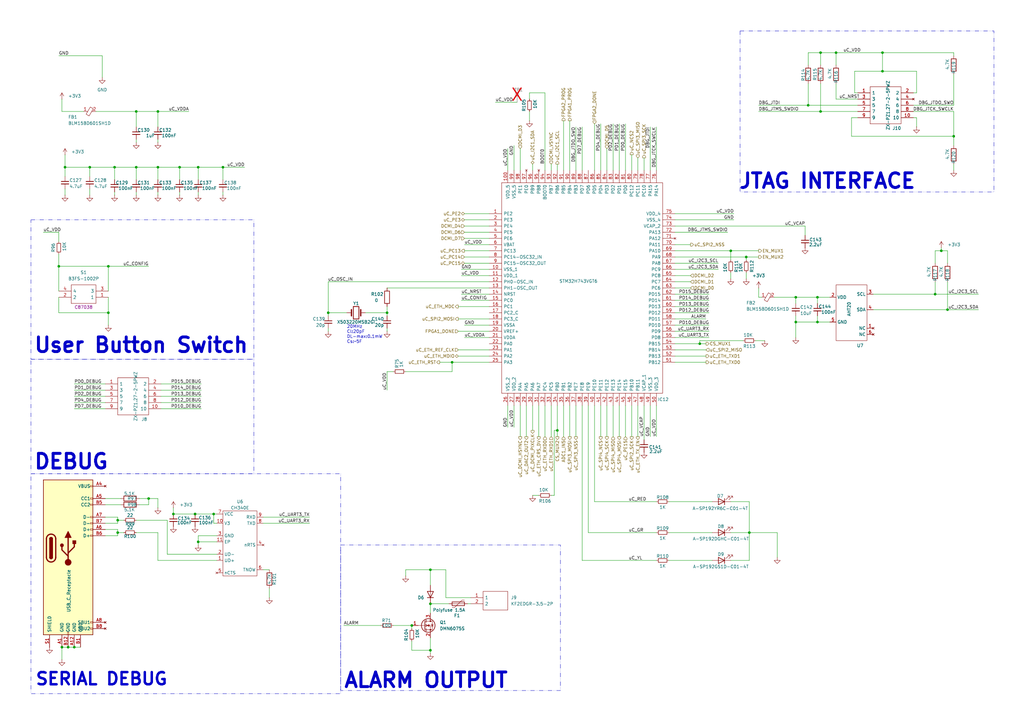
<source format=kicad_sch>
(kicad_sch (version 20231120) (generator "eeschema") (generator_version "8.0")
  (paper "A3")
  (title_block (title "RASBB") (date "2025-04-13") (rev "B") (company "Mina Daneshpajouh"))
  (lib_symbols
    (symbol "61301021121_1" (pin_names (offset 0.762))
      (property "Reference" "J16" (at 16.002 -14.478 0))
      (property "Value" "ZX-PZ1.27-2-5PWZ" (at 12.446 -5.08 90))
      (symbol "61301021121_1_1_0"
        (pin input line (at 0 0 0) (length 5.08) (name "1") (number "1"))
        (pin input line (at 22.86 -10.16 180) (length 5.08) (name "10") (number "10"))
        (pin input line (at 22.86 0 180) (length 5.08) (name "2") (number "2"))
        (pin input line (at 0 -2.54 0) (length 5.08) (name "3") (number "3"))
        (pin input line (at 22.86 -2.54 180) (length 5.08) (name "4") (number "4"))
        (pin input line (at 0 -5.08 0) (length 5.08) (name "5") (number "5"))
        (pin input line (at 22.86 -5.08 180) (length 5.08) (name "6") (number "6"))
        (pin input line (at 0 -7.62 0) (length 5.08) (name "7") (number "7"))
        (pin input line (at 22.86 -7.62 180) (length 5.08) (name "8") (number "8"))
        (pin input line (at 0 -10.16 0) (length 5.08) (name "9") (number "9"))
      )
    )
    (symbol "Connector:TestPoint" (pin_numbers hide) (pin_names (offset 0.762) hide)
      (property "Reference" "TP" (at 0 6.858 0))
      (property "Value" "TestPoint" (at 0 5.08 0))
      (symbol "TestPoint_1_1"
        (pin passive line (at 0 0 90) (length 2.54) (name "1") (number "1"))
      )
    )
    (symbol "Connector:USB_C_Receptacle" (pin_names (offset 1.016))
      (property "Value" "USB_C_Receptacle" (at 0.254 -17.526 90))
      (symbol "USB_C_Receptacle_1_1"
        (pin passive line (at -2.54 -40.64 90) (length 5.08) (name "GND") (number "A1"))
        (pin passive line (at 2.54 -40.64 90) (length 5.08) (name "GND") (number "A12"))
        (pin no_connect line (at 15.24 25.4 180) (length 5.08) (name "VBUS") (number "A4"))
        (pin bidirectional line (at 15.24 20.32 180) (length 5.08) (name "CC1") (number "A5"))
        (pin bidirectional line (at 15.24 7.62 180) (length 5.08) (name "D+") (number "A6"))
        (pin bidirectional line (at 15.24 12.7 180) (length 5.08) (name "D-") (number "A7"))
        (pin no_connect line (at 15.24 -30.48 180) (length 5.08) (name "SBU1") (number "A8"))
        (pin no_connect line (at 15.24 25.4 180) (length 5.08) hide (name "VBUS") (number "A9"))
        (pin passive line (at 5.08 -40.64 90) (length 5.08) (name "GND") (number "B1"))
        (pin passive line (at 0 -40.64 90) (length 5.08) (name "GND") (number "B12"))
        (pin no_connect line (at 15.24 22.86 180) (length 5.08) hide (name "VBUS") (number "B4"))
        (pin bidirectional line (at 15.24 17.78 180) (length 5.08) (name "CC2") (number "B5"))
        (pin bidirectional line (at 15.24 5.08 180) (length 5.08) (name "D+") (number "B6"))
        (pin bidirectional line (at 15.24 10.16 180) (length 5.08) (name "D-") (number "B7"))
        (pin no_connect line (at 15.24 -33.02 180) (length 5.08) (name "SBU2") (number "B8"))
        (pin no_connect line (at 15.24 22.86 180) (length 5.08) hide (name "VBUS") (number "B9"))
        (pin passive line (at -7.62 -40.64 90) (length 5.08) (name "SHIELD") (number "S1"))
      )
    )
    (symbol "Device:C_Small" (pin_numbers hide) (pin_names (offset 0.254) hide)
      (property "Reference" "C" (at 0.254 1.778 0))
      (property "Value" "C_Small" (at 0.254 -2.032 0))
      (symbol "C_Small_1_1"
        (pin passive line (at 0 2.54 270) (length 2.032) (name "~") (number "1"))
        (pin passive line (at 0 -2.54 90) (length 2.032) (name "~") (number "2"))
      )
    )
    (symbol "Device:Crystal" (pin_numbers hide) (pin_names (offset 1.016) hide)
      (property "Reference" "Y" (at 0 3.81 0))
      (property "Value" "Crystal" (at 0 -3.81 0))
      (symbol "Crystal_1_1"
        (pin passive line (at -3.81 0 0) (length 1.27) (name "1") (number "1"))
        (pin passive line (at 3.81 0 180) (length 1.27) (name "2") (number "2"))
      )
    )
    (symbol "Device:LED" (pin_numbers hide) (pin_names (offset 1.016) hide)
      (property "Reference" "D" (at 0 2.54 0))
      (property "Value" "LED" (at 0 -2.54 0))
      (symbol "LED_1_1"
        (pin passive line (at -3.81 0 0) (length 2.54) (name "K") (number "1"))
        (pin passive line (at 3.81 0 180) (length 2.54) (name "A") (number "2"))
      )
    )
    (symbol "Device:Polyfuse" (pin_numbers hide) (pin_names (offset 0))
      (property "Reference" "F" (at -2.54 0 90))
      (property "Value" "Polyfuse" (at 2.54 0 90))
      (symbol "Polyfuse_1_1"
        (pin passive line (at 0 3.81 270) (length 1.27) (name "~") (number "1"))
        (pin passive line (at 0 -3.81 90) (length 1.27) (name "~") (number "2"))
      )
    )
    (symbol "Device:R" (pin_numbers hide) (pin_names (offset 0))
      (property "Reference" "R" (at 2.032 0 90))
      (property "Value" "R" (at 0 0 90))
      (symbol "R_1_1"
        (pin passive line (at 0 3.81 270) (length 1.27) (name "~") (number "1"))
        (pin passive line (at 0 -3.81 90) (length 1.27) (name "~") (number "2"))
      )
    )
    (symbol "Device:R_Small" (pin_numbers hide) (pin_names (offset 0.254) hide)
      (property "Reference" "R" (at 0.762 0.508 0))
      (property "Value" "R_Small" (at 0.762 -1.016 0))
      (symbol "R_Small_1_1"
        (pin passive line (at 0 2.54 270) (length 0.762) (name "~") (number "1"))
        (pin passive line (at 0 -2.54 90) (length 0.762) (name "~") (number "2"))
      )
    )
    (symbol "Diode:1N5401" (pin_numbers hide) (pin_names hide)
      (property "Reference" "D" (at 0 2.54 0))
      (property "Value" "1N5401" (at 0 -2.54 0))
      (symbol "1N5401_1_1"
        (pin passive line (at -3.81 0 0) (length 2.54) (name "K") (number "1"))
        (pin passive line (at 3.81 0 180) (length 2.54) (name "A") (number "2"))
      )
    )
    (symbol "LOGW_Library:61301021121" (pin_names (offset 0.762))
      (property "Reference" "J1" (at 11.43 7.62 0))
      (property "Value" "61301021121" (at 11.43 5.08 0))
      (symbol "61301021121_1_0"
        (pin power_in line (at 0 0 0) (length 5.08) (name "1") (number "1"))
        (pin power_in line (at 22.86 -10.16 180) (length 5.08) (name "10") (number "10"))
        (pin power_in line (at 22.86 0 180) (length 5.08) (name "2") (number "2"))
        (pin output line (at 0 -2.54 0) (length 5.08) (name "3") (number "3"))
        (pin no_connect line (at 22.86 -2.54 180) (length 5.08) (name "4") (number "4"))
        (pin output line (at 0 -5.08 0) (length 5.08) (name "5") (number "5"))
        (pin input line (at 22.86 -5.08 180) (length 5.08) (name "6") (number "6"))
        (pin input line (at 0 -7.62 0) (length 5.08) (name "7") (number "7"))
        (pin output line (at 22.86 -7.62 180) (length 5.08) (name "8") (number "8"))
        (pin input line (at 0 -10.16 0) (length 5.08) (name "9") (number "9"))
      )
    )
    (symbol "RASBB_Library:691305140002" (pin_names (offset 0.762))
      (property "Reference" "J" (at 16.51 7.62 0))
      (property "Value" "691305140002" (at 16.51 5.08 0))
      (symbol "691305140002_0_0"
        (pin passive line (at 0 0 0) (length 5.08) (name "1") (number "1"))
        (pin passive line (at 0 -2.54 0) (length 5.08) (name "2") (number "2"))
      )
    )
    (symbol "RASBB_Library:AHT20"
      (property "Reference" "U" (at 8.128 -15.494 0))
      (property "Value" "AHT20" (at 0 0 0))
      (property "Mfr. Part # " "AHT20" (at 0 0 0))
      (property "LCSC Part # " "C2757850" (at 0 0 0))
      (symbol "AHT20_1_1"
        (pin no_connect line (at 11.43 -7.62 180) (length 2.54) (name "NC") (number "1"))
        (pin power_in line (at -6.35 5.08 0) (length 2.54) (name "VDD") (number "2"))
        (pin passive line (at 11.43 6.35 180) (length 2.54) (name "SCL") (number "3"))
        (pin passive line (at 11.43 0 180) (length 2.54) (name "SDA") (number "4"))
        (pin passive line (at -6.35 -5.08 0) (length 2.54) (name "GND") (number "5"))
        (pin no_connect line (at 11.43 -10.16 180) (length 2.54) (name "NC") (number "6"))
      )
    )
    (symbol "RASBB_Library:B3FS-1002P" (pin_names (offset 0.762))
      (property "Reference" "S" (at 16.51 7.62 0))
      (property "Value" "B3FS-1002P" (at 16.51 5.08 0))
      (symbol "B3FS-1002P_0_0"
        (pin passive line (at 20.32 -2.54 180) (length 5.08) (name "1") (number "1"))
        (pin passive line (at 0 -2.54 0) (length 5.08) (name "2") (number "2"))
        (pin passive line (at 20.32 0 180) (length 5.08) (name "3") (number "3"))
        (pin passive line (at 0 0 0) (length 5.08) (name "4") (number "4"))
      )
    )
    (symbol "RASBB_Library:BLM15BD601SH1D" (pin_names (offset 0.762))
      (property "Reference" "FB1" (at 16.51 0.0001 0))
      (property "Value" "BLM15BD601SH1D" (at 16.51 -2.5399 0))
      (symbol "BLM15BD601SH1D_1_1"
        (pin passive line (at 7.62 0 0) (length 1.27) (name "~") (number "1"))
        (pin passive line (at 12.7 0 180) (length 1.27) (name "~") (number "2"))
      )
    )
    (symbol "RASBB_Library:CH340E"
      (property "Reference" "U6" (at 3.175 8.89 0))
      (property "Value" "CH340E" (at 3.175 6.35 0))
      (symbol "CH340E_1_1"
        (pin bidirectional line (at -6.35 -15.24 0) (length 2.54) (name "UD+") (number "1"))
        (pin power_in line (at -6.35 0 0) (length 2.54) (name "V3") (number "10"))
        (pin passive line (at -6.35 -7.62 0) (length 2.54) (name "EP") (number "11"))
        (pin bidirectional line (at -6.35 -12.7 0) (length 2.54) (name "UD-") (number "2"))
        (pin passive line (at -6.35 -5.08 0) (length 2.54) (name "GND") (number "3"))
        (pin no_connect line (at 12.7 -8.89 180) (length 2.54) (name "nRTS") (number "4"))
        (pin no_connect line (at -6.35 -20.32 0) (length 2.54) (name "nCTS") (number "5"))
        (pin passive line (at 12.7 -19.05 180) (length 2.54) (name "TNOW") (number "6"))
        (pin power_in line (at -6.35 3.81 0) (length 2.54) (name "VCC") (number "7"))
        (pin output line (at 12.7 0 180) (length 2.54) (name "TXD") (number "8"))
        (pin input line (at 12.7 2.54 180) (length 2.54) (name "RXD") (number "9"))
      )
    )
    (symbol "RASBB_Library:STM32H743VGT6" (pin_names (offset 0.762))
      (property "Reference" "IC12" (at 71.374 -76.2 0))
      (property "Value" "STM32H743VGT6" (at 36.576 -27.686 0))
      (symbol "STM32H743VGT6_0_0"
        (pin passive line (at 0 0 0) (length 5.08) (name "PE2") (number "1"))
        (pin passive line (at 0 -22.86 0) (length 5.08) (name "VSS_1") (number "10"))
        (pin passive line (at 7.62 17.78 270) (length 5.08) (name "VDD_5") (number "100"))
        (pin passive line (at 0 -25.4 0) (length 5.08) (name "VDD_1") (number "11"))
        (pin passive line (at 0 -27.94 0) (length 5.08) (name "PH0-OSC_IN") (number "12"))
        (pin passive line (at 0 -30.48 0) (length 5.08) (name "PH1-OSC_OUT") (number "13"))
        (pin passive line (at 0 -33.02 0) (length 5.08) (name "NRST") (number "14"))
        (pin passive line (at 0 -35.56 0) (length 5.08) (name "PC0") (number "15"))
        (pin passive line (at 0 -38.1 0) (length 5.08) (name "PC1") (number "16"))
        (pin unspecified line (at 0 -40.64 0) (length 5.08) (name "PC2_C") (number "17"))
        (pin passive line (at 0 -43.18 0) (length 5.08) (name "PC3_C") (number "18"))
        (pin passive line (at 0 -45.72 0) (length 5.08) (name "VSSA") (number "19"))
        (pin passive line (at 0 -2.54 0) (length 5.08) (name "PE3") (number "2"))
        (pin unspecified line (at 0 -48.26 0) (length 5.08) (name "VREF+") (number "20"))
        (pin passive line (at 0 -50.8 0) (length 5.08) (name "VDDA") (number "21"))
        (pin unspecified line (at 0 -53.34 0) (length 5.08) (name "PA0") (number "22"))
        (pin passive line (at 0 -55.88 0) (length 5.08) (name "PA1") (number "23"))
        (pin passive line (at 0 -58.42 0) (length 5.08) (name "PA2") (number "24"))
        (pin passive line (at 0 -60.96 0) (length 5.08) (name "PA3") (number "25"))
        (pin passive line (at 7.62 -78.74 90) (length 5.08) (name "VSS_2") (number "26"))
        (pin passive line (at 10.16 -78.74 90) (length 5.08) (name "VDD_2") (number "27"))
        (pin passive line (at 12.7 -78.74 90) (length 5.08) (name "PA4") (number "28"))
        (pin passive line (at 15.24 -78.74 90) (length 5.08) (name "PA5") (number "29"))
        (pin passive line (at 0 -5.08 0) (length 5.08) (name "PE4") (number "3"))
        (pin passive line (at 17.78 -78.74 90) (length 5.08) (name "PA6") (number "30"))
        (pin passive line (at 20.32 -78.74 90) (length 5.08) (name "PA7") (number "31"))
        (pin passive line (at 22.86 -78.74 90) (length 5.08) (name "PC4") (number "32"))
        (pin passive line (at 25.4 -78.74 90) (length 5.08) (name "PC5") (number "33"))
        (pin passive line (at 27.94 -78.74 90) (length 5.08) (name "PB0") (number "34"))
        (pin passive line (at 30.48 -78.74 90) (length 5.08) (name "PB1") (number "35"))
        (pin passive line (at 33.02 -78.74 90) (length 5.08) (name "PB2") (number "36"))
        (pin passive line (at 35.56 -78.74 90) (length 5.08) (name "PE7") (number "37"))
        (pin passive line (at 38.1 -78.74 90) (length 5.08) (name "PE8") (number "38"))
        (pin passive line (at 40.64 -78.74 90) (length 5.08) (name "PE9") (number "39"))
        (pin passive line (at 0 -7.62 0) (length 5.08) (name "PE5") (number "4"))
        (pin passive line (at 43.18 -78.74 90) (length 5.08) (name "PE10") (number "40"))
        (pin passive line (at 45.72 -78.74 90) (length 5.08) (name "PE11") (number "41"))
        (pin passive line (at 48.26 -78.74 90) (length 5.08) (name "PE12") (number "42"))
        (pin passive line (at 50.8 -78.74 90) (length 5.08) (name "PE13") (number "43"))
        (pin passive line (at 53.34 -78.74 90) (length 5.08) (name "PE14") (number "44"))
        (pin passive line (at 55.88 -78.74 90) (length 5.08) (name "PE15") (number "45"))
        (pin passive line (at 58.42 -78.74 90) (length 5.08) (name "PB10") (number "46"))
        (pin passive line (at 60.96 -78.74 90) (length 5.08) (name "PB11") (number "47"))
        (pin passive line (at 63.5 -78.74 90) (length 5.08) (name "VCAP_1") (number "48"))
        (pin passive line (at 66.04 -78.74 90) (length 5.08) (name "VSS_3") (number "49"))
        (pin passive line (at 0 -10.16 0) (length 5.08) (name "PE6") (number "5"))
        (pin passive line (at 68.58 -78.74 90) (length 5.08) (name "VDD_3") (number "50"))
        (pin passive line (at 76.2 -60.96 180) (length 5.08) (name "PB12") (number "51"))
        (pin passive line (at 76.2 -58.42 180) (length 5.08) (name "PB13") (number "52"))
        (pin passive line (at 76.2 -55.88 180) (length 5.08) (name "PB14") (number "53"))
        (pin passive line (at 76.2 -53.34 180) (length 5.08) (name "PB15") (number "54"))
        (pin passive line (at 76.2 -50.8 180) (length 5.08) (name "PD8") (number "55"))
        (pin passive line (at 76.2 -48.26 180) (length 5.08) (name "PD9") (number "56"))
        (pin passive line (at 76.2 -45.72 180) (length 5.08) (name "PD10") (number "57"))
        (pin passive line (at 76.2 -43.18 180) (length 5.08) (name "PD11") (number "58"))
        (pin passive line (at 76.2 -40.64 180) (length 5.08) (name "PD12") (number "59"))
        (pin passive line (at 0 -12.7 0) (length 5.08) (name "VBAT") (number "6"))
        (pin passive line (at 76.2 -38.1 180) (length 5.08) (name "PD13") (number "60"))
        (pin passive line (at 76.2 -35.56 180) (length 5.08) (name "PD14") (number "61"))
        (pin passive line (at 76.2 -33.02 180) (length 5.08) (name "PD15") (number "62"))
        (pin passive line (at 76.2 -30.48 180) (length 5.08) (name "PC6") (number "63"))
        (pin passive line (at 76.2 -27.94 180) (length 5.08) (name "PC7") (number "64"))
        (pin passive line (at 76.2 -25.4 180) (length 5.08) (name "PC8") (number "65"))
        (pin passive line (at 76.2 -22.86 180) (length 5.08) (name "PC9") (number "66"))
        (pin passive line (at 76.2 -20.32 180) (length 5.08) (name "PA8") (number "67"))
        (pin passive line (at 76.2 -17.78 180) (length 5.08) (name "PA9") (number "68"))
        (pin passive line (at 76.2 -15.24 180) (length 5.08) (name "PA10") (number "69"))
        (pin passive line (at 0 -15.24 0) (length 5.08) (name "PC13") (number "7"))
        (pin passive line (at 76.2 -12.7 180) (length 5.08) (name "PA11") (number "70"))
        (pin no_connect line (at 76.2 -10.16 180) (length 5.08) (name "PA12") (number "71"))
        (pin passive line (at 76.2 -7.62 180) (length 5.08) (name "PA13") (number "72"))
        (pin passive line (at 76.2 -5.08 180) (length 5.08) (name "VCAP_2") (number "73"))
        (pin passive line (at 76.2 -2.54 180) (length 5.08) (name "VSS_4") (number "74"))
        (pin passive line (at 76.2 0 180) (length 5.08) (name "VDD_4") (number "75"))
        (pin passive line (at 68.58 17.78 270) (length 5.08) (name "PA14") (number "76"))
        (pin passive line (at 66.04 17.78 270) (length 5.08) (name "PA15") (number "77"))
        (pin passive line (at 63.5 17.78 270) (length 5.08) (name "PC10") (number "78"))
        (pin passive line (at 60.96 17.78 270) (length 5.08) (name "PC11") (number "79"))
        (pin passive line (at 0 -17.78 0) (length 5.08) (name "PC14-OSC32_IN") (number "8"))
        (pin passive line (at 55.88 17.78 270) (length 5.08) (name "PD0") (number "81"))
        (pin passive line (at 53.34 17.78 270) (length 5.08) (name "PD1") (number "82"))
        (pin passive line (at 50.8 17.78 270) (length 5.08) (name "PD2") (number "83"))
        (pin passive line (at 48.26 17.78 270) (length 5.08) (name "PD3") (number "84"))
        (pin passive line (at 45.72 17.78 270) (length 5.08) (name "PD4") (number "85"))
        (pin output line (at 43.18 17.78 270) (length 5.08) (name "PD5") (number "86"))
        (pin output line (at 40.64 17.78 270) (length 5.08) (name "PD6") (number "87"))
        (pin passive line (at 38.1 17.78 270) (length 5.08) (name "PD7") (number "88"))
        (pin passive line (at 0 -20.32 0) (length 5.08) (name "PC15-OSC32_OUT") (number "9"))
        (pin output line (at 33.02 17.78 270) (length 5.08) (name "PB4") (number "90"))
        (pin output line (at 30.48 17.78 270) (length 5.08) (name "PB5") (number "91"))
        (pin passive line (at 27.94 17.78 270) (length 5.08) (name "PB6") (number "92"))
        (pin passive line (at 25.4 17.78 270) (length 5.08) (name "PB7") (number "93"))
        (pin passive line (at 22.86 17.78 270) (length 5.08) (name "BOOT0") (number "94"))
        (pin no_connect line (at 20.32 17.78 270) (length 5.08) (name "PB8") (number "95"))
        (pin passive line (at 17.78 17.78 270) (length 5.08) (name "PB9") (number "96"))
        (pin no_connect line (at 15.24 17.78 270) (length 5.08) (name "PE0") (number "97"))
        (pin passive line (at 12.7 17.78 270) (length 5.08) (name "PE1") (number "98"))
        (pin passive line (at 10.16 17.78 270) (length 5.08) (name "VSS_5") (number "99"))
      )
      (symbol "STM32H743VGT6_1_0"
        (pin output line (at 58.42 17.78 270) (length 5.08) (name "PC12") (number "80"))
        (pin output line (at 35.56 17.78 270) (length 5.08) (name "PB3") (number "89"))
      )
    )
    (symbol "Transistor_FET:DMN6075S" (pin_names hide)
      (property "Reference" "Q" (at 5.08 1.905 0))
      (property "Value" "DMN6075S" (at 5.08 0 0))
      (symbol "DMN6075S_1_1"
        (pin input line (at -5.08 0 0) (length 2.54) (name "G") (number "1"))
        (pin passive line (at 2.54 -5.08 90) (length 2.54) (name "S") (number "2"))
        (pin passive line (at 2.54 5.08 270) (length 2.54) (name "D") (number "3"))
      )
    )
    (symbol "power:+3.3V" (power) (pin_numbers hide) (pin_names (offset 0) hide)
      (property "Value" "+3.3V" (at 0 3.556 0))
      (symbol "+3.3V_1_1"
        (pin power_in line (at 0 0 90) (length 0) (name "~") (number "1"))
      )
    )
    (symbol "power:GND" (power) (pin_numbers hide) (pin_names (offset 0) hide)
      (property "Value" "GND" (at 0 -3.81 0))
      (symbol "GND_1_1"
        (pin power_in line (at 0 0 270) (length 0) (name "~") (number "1"))
      )
    )
  )
  (junction (at 335.28 121.92))
  (junction (at 60.96 204.47))
  (junction (at 386.08 102.87))
  (junction (at 48.26 213.36))
  (junction (at 30.48 265.43))
  (junction (at 87.63 210.82))
  (junction (at 25.4 265.43))
  (junction (at 306.07 105.41))
  (junction (at 44.45 128.27))
  (junction (at 335.28 132.08))
  (junction (at 383.54 120.65))
  (junction (at 36.83 68.58))
  (junction (at 134.62 128.27))
  (junction (at 158.75 128.27))
  (junction (at 81.28 68.58))
  (junction (at 168.91 256.54))
  (junction (at 71.12 210.82))
  (junction (at 336.55 21.59))
  (junction (at 176.53 247.65))
  (junction (at 80.01 210.82))
  (junction (at 228.6 176.53))
  (junction (at 299.72 102.87))
  (junction (at 24.13 109.22))
  (junction (at 64.77 45.72))
  (junction (at 391.16 55.88))
  (junction (at 361.95 29.21))
  (junction (at 185.42 148.59))
  (junction (at 331.47 43.18))
  (junction (at 326.39 121.92))
  (junction (at 176.53 233.68))
  (junction (at 361.95 21.59))
  (junction (at 64.77 68.58))
  (junction (at 342.9 21.59))
  (junction (at 73.66 68.58))
  (junction (at 27.94 265.43))
  (junction (at 44.45 109.22))
  (junction (at 55.88 45.72))
  (junction (at 46.99 68.58))
  (junction (at 388.62 127))
  (junction (at 336.55 45.72))
  (junction (at 287.02 140.97))
  (junction (at 48.26 218.44))
  (junction (at 307.34 218.44))
  (junction (at 26.67 68.58))
  (junction (at 326.39 132.08))
  (junction (at 55.88 68.58))
  (junction (at 91.44 68.58))
  (junction (at 81.28 222.25))
  (junction (at 176.53 266.7))
  (wire (pts (xy 351.79 38.1) (xy 350.52 38.1)))
  (wire (pts (xy 388.62 102.87) (xy 388.62 107.95)))
  (wire (pts (xy 168.91 266.7) (xy 176.53 266.7)))
  (wire (pts (xy 243.84 50.8) (xy 243.84 69.85)))
  (wire (pts (xy 227.33 176.53) (xy 228.6 176.53)))
  (wire (pts (xy 375.92 48.26) (xy 375.92 52.07)))
  (wire (pts (xy 276.86 92.71) (xy 330.2 92.71)))
  (wire (pts (xy 361.95 29.21) (xy 375.92 29.21)))
  (wire (pts (xy 185.42 148.59) (xy 200.66 148.59)))
  (wire (pts (xy 187.96 130.81) (xy 200.66 130.81)))
  (wire (pts (xy 213.36 166.37) (xy 213.36 179.07)))
  (wire (pts (xy 375.92 38.1) (xy 374.65 38.1)))
  (wire (pts (xy 283.21 115.57) (xy 276.86 115.57)))
  (wire (pts (xy 48.26 213.36) (xy 50.8 213.36)))
  (wire (pts (xy 189.23 113.03) (xy 200.66 113.03)))
  (wire (pts (xy 49.53 204.47) (xy 43.18 204.47)))
  (wire (pts (xy 223.52 166.37) (xy 223.52 179.07)))
  (wire (pts (xy 228.6 67.31) (xy 228.6 69.85)))
  (wire (pts (xy 24.13 128.27) (xy 44.45 128.27)))
  (wire (pts (xy 190.5 95.25) (xy 200.66 95.25)))
  (wire (pts (xy 49.53 207.01) (xy 43.18 207.01)))
  (wire (pts (xy 383.54 102.87) (xy 383.54 107.95)))
  (wire (pts (xy 218.44 67.31) (xy 218.44 69.85)))
  (wire (pts (xy 189.23 123.19) (xy 200.66 123.19)))
  (wire (pts (xy 176.53 266.7) (xy 176.53 261.62)))
  (wire (pts (xy 107.95 233.68) (xy 110.49 233.68)))
  (wire (pts (xy 187.96 146.05) (xy 200.66 146.05)))
  (wire (pts (xy 213.36 60.96) (xy 213.36 69.85)))
  (wire (pts (xy 276.86 90.17) (xy 300.99 90.17)))
  (wire (pts (xy 246.38 166.37) (xy 246.38 179.07)))
  (wire (pts (xy 266.7 52.07) (xy 266.7 69.85)))
  (wire (pts (xy 44.45 109.22) (xy 60.96 109.22)))
  (wire (pts (xy 43.18 217.17) (xy 48.26 217.17)))
  (wire (pts (xy 46.99 68.58) (xy 55.88 68.58)))
  (wire (pts (xy 91.44 68.58) (xy 91.44 73.66)))
  (wire (pts (xy 66.04 165.1) (xy 82.55 165.1)))
  (wire (pts (xy 335.28 129.54) (xy 335.28 132.08)))
  (wire (pts (xy 36.83 77.47) (xy 36.83 80.01)))
  (wire (pts (xy 218.44 203.2) (xy 220.98 203.2)))
  (wire (pts (xy 134.62 115.57) (xy 200.66 115.57)))
  (wire (pts (xy 311.15 118.11) (xy 311.15 121.92)))
  (wire (pts (xy 326.39 129.54) (xy 326.39 132.08)))
  (wire (pts (xy 228.6 166.37) (xy 228.6 176.53)))
  (wire (pts (xy 39.37 45.72) (xy 55.88 45.72)))
  (wire (pts (xy 208.28 166.37) (xy 208.28 175.26)))
  (wire (pts (xy 349.25 48.26) (xy 351.79 48.26)))
  (wire (pts (xy 81.28 68.58) (xy 91.44 68.58)))
  (wire (pts (xy 306.07 105.41) (xy 306.07 106.68)))
  (wire (pts (xy 25.4 265.43) (xy 27.94 265.43)))
  (wire (pts (xy 193.04 245.11) (xy 182.88 245.11)))
  (wire (pts (xy 166.37 233.68) (xy 176.53 233.68)))
  (wire (pts (xy 350.52 38.1) (xy 350.52 29.21)))
  (wire (pts (xy 25.4 45.72) (xy 34.29 45.72)))
  (wire (pts (xy 283.21 113.03) (xy 276.86 113.03)))
  (wire (pts (xy 330.2 92.71) (xy 330.2 96.52)))
  (wire (pts (xy 306.07 111.76) (xy 306.07 114.3)))
  (wire (pts (xy 48.26 213.36) (xy 48.26 214.63)))
  (wire (pts (xy 71.12 208.28) (xy 71.12 210.82)))
  (wire (pts (xy 55.88 218.44) (xy 64.77 218.44)))
  (wire (pts (xy 383.54 115.57) (xy 383.54 120.65)))
  (wire (pts (xy 336.55 34.29) (xy 336.55 45.72)))
  (wire (pts (xy 241.3 218.44) (xy 269.24 218.44)))
  (wire (pts (xy 44.45 128.27) (xy 44.45 121.92)))
  (wire (pts (xy 274.32 229.87) (xy 292.1 229.87)))
  (wire (pts (xy 166.37 233.68) (xy 166.37 236.22)))
  (wire (pts (xy 190.5 97.79) (xy 200.66 97.79)))
  (wire (pts (xy 189.23 120.65) (xy 200.66 120.65)))
  (wire (pts (xy 182.88 233.68) (xy 176.53 233.68)))
  (wire (pts (xy 88.9 210.82) (xy 87.63 210.82)))
  (wire (pts (xy 388.62 127) (xy 401.32 127)))
  (wire (pts (xy 299.72 205.74) (xy 307.34 205.74)))
  (wire (pts (xy 326.39 121.92) (xy 326.39 124.46)))
  (wire (pts (xy 81.28 80.01) (xy 81.28 78.74)))
  (wire (pts (xy 158.75 125.73) (xy 158.75 128.27)))
  (wire (pts (xy 176.53 247.65) (xy 176.53 251.46)))
  (wire (pts (xy 107.95 212.09) (xy 127 212.09)))
  (wire (pts (xy 276.86 125.73) (xy 290.83 125.73)))
  (wire (pts (xy 269.24 166.37) (xy 269.24 179.07)))
  (wire (pts (xy 30.48 162.56) (xy 43.18 162.56)))
  (wire (pts (xy 64.77 80.01) (xy 64.77 78.74)))
  (wire (pts (xy 110.49 245.11) (xy 110.49 241.3)))
  (wire (pts (xy 134.62 128.27) (xy 134.62 129.54)))
  (wire (pts (xy 299.72 218.44) (xy 307.34 218.44)))
  (wire (pts (xy 307.34 218.44) (xy 318.77 218.44)))
  (wire (pts (xy 73.66 80.01) (xy 73.66 78.74)))
  (wire (pts (xy 231.14 49.53) (xy 231.14 69.85)))
  (wire (pts (xy 158.75 160.02) (xy 158.75 152.4)))
  (wire (pts (xy 66.04 167.64) (xy 82.55 167.64)))
  (wire (pts (xy 134.62 135.89) (xy 134.62 134.62)))
  (wire (pts (xy 375.92 29.21) (xy 375.92 38.1)))
  (wire (pts (xy 358.14 120.65) (xy 383.54 120.65)))
  (wire (pts (xy 335.28 121.92) (xy 340.36 121.92)))
  (wire (pts (xy 259.08 166.37) (xy 259.08 179.07)))
  (wire (pts (xy 27.94 265.43) (xy 30.48 265.43)))
  (wire (pts (xy 342.9 34.29) (xy 342.9 40.64)))
  (wire (pts (xy 391.16 55.88) (xy 391.16 59.69)))
  (wire (pts (xy 60.96 204.47) (xy 64.77 204.47)))
  (wire (pts (xy 276.86 123.19) (xy 290.83 123.19)))
  (wire (pts (xy 248.92 166.37) (xy 248.92 179.07)))
  (wire (pts (xy 190.5 133.35) (xy 200.66 133.35)))
  (wire (pts (xy 134.62 128.27) (xy 142.24 128.27)))
  (wire (pts (xy 276.86 120.65) (xy 290.83 120.65)))
  (wire (pts (xy 243.84 166.37) (xy 243.84 205.74)))
  (wire (pts (xy 60.96 204.47) (xy 60.96 207.01)))
  (wire (pts (xy 64.77 204.47) (xy 64.77 208.28)))
  (wire (pts (xy 391.16 67.31) (xy 391.16 69.85)))
  (wire (pts (xy 149.86 128.27) (xy 158.75 128.27)))
  (wire (pts (xy 55.88 213.36) (xy 68.58 213.36)))
  (wire (pts (xy 276.86 143.51) (xy 289.56 143.51)))
  (wire (pts (xy 215.9 166.37) (xy 215.9 179.07)))
  (wire (pts (xy 48.26 212.09) (xy 48.26 213.36)))
  (wire (pts (xy 217.17 38.1) (xy 217.17 40.64)))
  (wire (pts (xy 317.5 121.92) (xy 326.39 121.92)))
  (wire (pts (xy 342.9 40.64) (xy 351.79 40.64)))
  (wire (pts (xy 386.08 101.6) (xy 386.08 102.87)))
  (wire (pts (xy 361.95 21.59) (xy 391.16 21.59)))
  (wire (pts (xy 44.45 119.38) (xy 44.45 109.22)))
  (wire (pts (xy 158.75 118.11) (xy 200.66 118.11)))
  (wire (pts (xy 64.77 45.72) (xy 64.77 52.07)))
  (wire (pts (xy 358.14 127) (xy 388.62 127)))
  (wire (pts (xy 190.5 90.17) (xy 200.66 90.17)))
  (wire (pts (xy 36.83 68.58) (xy 36.83 72.39)))
  (wire (pts (xy 335.28 121.92) (xy 335.28 124.46)))
  (wire (pts (xy 24.13 95.25) (xy 24.13 99.06)))
  (wire (pts (xy 383.54 120.65) (xy 401.32 120.65)))
  (wire (pts (xy 30.48 160.02) (xy 43.18 160.02)))
  (wire (pts (xy 218.44 166.37) (xy 218.44 176.53)))
  (wire (pts (xy 190.5 105.41) (xy 200.66 105.41)))
  (wire (pts (xy 261.62 166.37) (xy 261.62 179.07)))
  (wire (pts (xy 91.44 80.01) (xy 91.44 78.74)))
  (wire (pts (xy 228.6 176.53) (xy 228.6 179.07)))
  (wire (pts (xy 287.02 139.7) (xy 304.8 139.7)))
  (wire (pts (xy 17.78 95.25) (xy 24.13 95.25)))
  (wire (pts (xy 276.86 148.59) (xy 289.56 148.59)))
  (wire (pts (xy 287.02 140.97) (xy 287.02 139.7)))
  (wire (pts (xy 26.67 68.58) (xy 26.67 72.39)))
  (wire (pts (xy 182.88 245.11) (xy 182.88 233.68)))
  (wire (pts (xy 311.15 43.18) (xy 331.47 43.18)))
  (wire (pts (xy 25.4 270.51) (xy 25.4 265.43)))
  (wire (pts (xy 283.21 100.33) (xy 276.86 100.33)))
  (wire (pts (xy 336.55 21.59) (xy 336.55 26.67)))
  (wire (pts (xy 55.88 45.72) (xy 55.88 52.07)))
  (wire (pts (xy 391.16 21.59) (xy 391.16 22.86)))
  (wire (pts (xy 41.91 22.86) (xy 41.91 31.75)))
  (wire (pts (xy 299.72 102.87) (xy 299.72 106.68)))
  (wire (pts (xy 48.26 219.71) (xy 43.18 219.71)))
  (wire (pts (xy 68.58 227.33) (xy 88.9 227.33)))
  (wire (pts (xy 311.15 45.72) (xy 336.55 45.72)))
  (wire (pts (xy 312.42 121.92) (xy 311.15 121.92)))
  (wire (pts (xy 161.29 256.54) (xy 168.91 256.54)))
  (wire (pts (xy 309.88 139.7) (xy 313.69 139.7)))
  (wire (pts (xy 274.32 205.74) (xy 292.1 205.74)))
  (wire (pts (xy 223.52 38.1) (xy 223.52 69.85)))
  (wire (pts (xy 391.16 45.72) (xy 391.16 55.88)))
  (wire (pts (xy 88.9 214.63) (xy 87.63 214.63)))
  (wire (pts (xy 55.88 80.01) (xy 55.88 78.74)))
  (wire (pts (xy 158.75 152.4) (xy 161.29 152.4)))
  (wire (pts (xy 254 166.37) (xy 254 179.07)))
  (wire (pts (xy 24.13 121.92) (xy 24.13 128.27)))
  (wire (pts (xy 246.38 50.8) (xy 246.38 69.85)))
  (wire (pts (xy 331.47 34.29) (xy 331.47 43.18)))
  (wire (pts (xy 44.45 109.22) (xy 24.13 109.22)))
  (wire (pts (xy 274.32 218.44) (xy 292.1 218.44)))
  (wire (pts (xy 87.63 210.82) (xy 80.01 210.82)))
  (wire (pts (xy 48.26 214.63) (xy 43.18 214.63)))
  (wire (pts (xy 48.26 218.44) (xy 50.8 218.44)))
  (wire (pts (xy 57.15 204.47) (xy 60.96 204.47)))
  (wire (pts (xy 158.75 134.62) (xy 158.75 135.89)))
  (wire (pts (xy 276.86 95.25) (xy 298.45 95.25)))
  (wire (pts (xy 266.7 166.37) (xy 266.7 179.07)))
  (wire (pts (xy 30.48 165.1) (xy 43.18 165.1)))
  (wire (pts (xy 276.86 110.49) (xy 294.64 110.49)))
  (wire (pts (xy 276.86 107.95) (xy 294.64 107.95)))
  (wire (pts (xy 81.28 219.71) (xy 81.28 222.25)))
  (wire (pts (xy 361.95 21.59) (xy 361.95 29.21)))
  (wire (pts (xy 208.28 60.96) (xy 208.28 69.85)))
  (wire (pts (xy 168.91 262.89) (xy 168.91 266.7)))
  (wire (pts (xy 227.33 203.2) (xy 226.06 203.2)))
  (wire (pts (xy 30.48 265.43) (xy 33.02 265.43)))
  (wire (pts (xy 236.22 166.37) (xy 236.22 179.07)))
  (wire (pts (xy 87.63 214.63) (xy 87.63 210.82)))
  (wire (pts (xy 176.53 247.65) (xy 184.15 247.65)))
  (wire (pts (xy 276.86 87.63) (xy 300.99 87.63)))
  (wire (pts (xy 46.99 68.58) (xy 46.99 73.66)))
  (wire (pts (xy 231.14 166.37) (xy 231.14 179.07)))
  (wire (pts (xy 227.33 176.53) (xy 227.33 203.2)))
  (wire (pts (xy 88.9 222.25) (xy 81.28 222.25)))
  (wire (pts (xy 43.18 212.09) (xy 48.26 212.09)))
  (wire (pts (xy 391.16 55.88) (xy 349.25 55.88)))
  (wire (pts (xy 190.5 102.87) (xy 200.66 102.87)))
  (wire (pts (xy 210.82 166.37) (xy 210.82 175.26)))
  (wire (pts (xy 226.06 67.31) (xy 226.06 69.85)))
  (wire (pts (xy 342.9 21.59) (xy 342.9 26.67)))
  (wire (pts (xy 187.96 135.89) (xy 200.66 135.89)))
  (wire (pts (xy 336.55 21.59) (xy 342.9 21.59)))
  (wire (pts (xy 30.48 167.64) (xy 43.18 167.64)))
  (wire (pts (xy 251.46 50.8) (xy 251.46 69.85)))
  (wire (pts (xy 25.4 40.64) (xy 25.4 45.72)))
  (wire (pts (xy 190.5 87.63) (xy 200.66 87.63)))
  (wire (pts (xy 238.76 166.37) (xy 238.76 229.87)))
  (wire (pts (xy 190.5 107.95) (xy 200.66 107.95)))
  (wire (pts (xy 383.54 102.87) (xy 386.08 102.87)))
  (wire (pts (xy 276.86 133.35) (xy 290.83 133.35)))
  (wire (pts (xy 318.77 218.44) (xy 318.77 228.6)))
  (wire (pts (xy 64.77 68.58) (xy 73.66 68.58)))
  (wire (pts (xy 259.08 63.5) (xy 259.08 69.85)))
  (wire (pts (xy 190.5 92.71) (xy 200.66 92.71)))
  (wire (pts (xy 91.44 68.58) (xy 100.33 68.58)))
  (wire (pts (xy 306.07 105.41) (xy 311.15 105.41)))
  (wire (pts (xy 251.46 166.37) (xy 251.46 179.07)))
  (wire (pts (xy 276.86 102.87) (xy 299.72 102.87)))
  (wire (pts (xy 36.83 68.58) (xy 46.99 68.58)))
  (wire (pts (xy 264.16 166.37) (xy 264.16 180.34)))
  (wire (pts (xy 331.47 21.59) (xy 331.47 26.67)))
  (wire (pts (xy 217.17 38.1) (xy 223.52 38.1)))
  (wire (pts (xy 191.77 247.65) (xy 193.04 247.65)))
  (wire (pts (xy 248.92 60.96) (xy 248.92 69.85)))
  (wire (pts (xy 220.98 166.37) (xy 220.98 179.07)))
  (wire (pts (xy 307.34 205.74) (xy 307.34 218.44)))
  (wire (pts (xy 26.67 77.47) (xy 26.67 80.01)))
  (wire (pts (xy 64.77 229.87) (xy 88.9 229.87)))
  (wire (pts (xy 185.42 152.4) (xy 185.42 148.59)))
  (wire (pts (xy 210.82 59.69) (xy 210.82 69.85)))
  (wire (pts (xy 256.54 166.37) (xy 256.54 179.07)))
  (wire (pts (xy 226.06 166.37) (xy 226.06 179.07)))
  (wire (pts (xy 374.65 43.18) (xy 391.16 43.18)))
  (wire (pts (xy 276.86 135.89) (xy 290.83 135.89)))
  (wire (pts (xy 283.21 118.11) (xy 276.86 118.11)))
  (wire (pts (xy 388.62 115.57) (xy 388.62 127)))
  (wire (pts (xy 55.88 58.42) (xy 55.88 57.15)))
  (wire (pts (xy 233.68 166.37) (xy 233.68 179.07)))
  (wire (pts (xy 299.72 229.87) (xy 307.34 229.87)))
  (wire (pts (xy 261.62 69.85) (xy 261.62 64.77)))
  (wire (pts (xy 299.72 102.87) (xy 311.15 102.87)))
  (wire (pts (xy 64.77 45.72) (xy 77.47 45.72)))
  (wire (pts (xy 276.86 105.41) (xy 306.07 105.41)))
  (wire (pts (xy 241.3 166.37) (xy 241.3 218.44)))
  (wire (pts (xy 44.45 128.27) (xy 44.45 133.35)))
  (wire (pts (xy 342.9 21.59) (xy 361.95 21.59)))
  (wire (pts (xy 166.37 152.4) (xy 185.42 152.4)))
  (wire (pts (xy 66.04 157.48) (xy 82.55 157.48)))
  (wire (pts (xy 66.04 162.56) (xy 82.55 162.56)))
  (wire (pts (xy 46.99 80.01) (xy 46.99 78.74)))
  (wire (pts (xy 238.76 52.07) (xy 238.76 69.85)))
  (wire (pts (xy 64.77 68.58) (xy 64.77 73.66)))
  (wire (pts (xy 335.28 132.08) (xy 340.36 132.08)))
  (wire (pts (xy 73.66 68.58) (xy 81.28 68.58)))
  (wire (pts (xy 190.5 138.43) (xy 200.66 138.43)))
  (wire (pts (xy 48.26 218.44) (xy 48.26 219.71)))
  (wire (pts (xy 24.13 104.14) (xy 24.13 109.22)))
  (wire (pts (xy 176.53 233.68) (xy 176.53 240.03)))
  (wire (pts (xy 269.24 52.07) (xy 269.24 69.85)))
  (wire (pts (xy 200.66 125.73) (xy 187.96 125.73)))
  (wire (pts (xy 391.16 30.48) (xy 391.16 43.18)))
  (wire (pts (xy 326.39 132.08) (xy 326.39 138.43)))
  (wire (pts (xy 264.16 64.77) (xy 264.16 69.85)))
  (wire (pts (xy 374.65 45.72) (xy 391.16 45.72)))
  (wire (pts (xy 55.88 45.72) (xy 64.77 45.72)))
  (wire (pts (xy 276.86 138.43) (xy 290.83 138.43)))
  (wire (pts (xy 81.28 222.25) (xy 81.28 223.52)))
  (wire (pts (xy 203.2 41.91) (xy 212.09 41.91)))
  (wire (pts (xy 68.58 213.36) (xy 68.58 227.33)))
  (wire (pts (xy 26.67 68.58) (xy 36.83 68.58)))
  (wire (pts (xy 217.17 45.72) (xy 217.17 49.53)))
  (wire (pts (xy 189.23 110.49) (xy 200.66 110.49)))
  (wire (pts (xy 238.76 229.87) (xy 269.24 229.87)))
  (wire (pts (xy 243.84 205.74) (xy 269.24 205.74)))
  (wire (pts (xy 276.86 130.81) (xy 289.56 130.81)))
  (wire (pts (xy 24.13 22.86) (xy 41.91 22.86)))
  (wire (pts (xy 134.62 128.27) (xy 134.62 115.57)))
  (wire (pts (xy 331.47 21.59) (xy 336.55 21.59)))
  (wire (pts (xy 350.52 29.21) (xy 361.95 29.21)))
  (wire (pts (xy 168.91 256.54) (xy 168.91 257.81)))
  (wire (pts (xy 55.88 68.58) (xy 55.88 73.66)))
  (wire (pts (xy 187.96 143.51) (xy 200.66 143.51)))
  (wire (pts (xy 30.48 157.48) (xy 43.18 157.48)))
  (wire (pts (xy 254 50.8) (xy 254 69.85)))
  (wire (pts (xy 336.55 45.72) (xy 351.79 45.72)))
  (wire (pts (xy 276.86 140.97) (xy 287.02 140.97)))
  (wire (pts (xy 176.53 267.97) (xy 176.53 266.7)))
  (wire (pts (xy 236.22 52.07) (xy 236.22 69.85)))
  (wire (pts (xy 326.39 121.92) (xy 335.28 121.92)))
  (wire (pts (xy 26.67 63.5) (xy 26.67 68.58)))
  (wire (pts (xy 349.25 55.88) (xy 349.25 48.26)))
  (wire (pts (xy 256.54 50.8) (xy 256.54 69.85)))
  (wire (pts (xy 64.77 58.42) (xy 64.77 57.15)))
  (wire (pts (xy 60.96 207.01) (xy 57.15 207.01)))
  (wire (pts (xy 233.68 49.53) (xy 233.68 69.85)))
  (wire (pts (xy 287.02 140.97) (xy 289.56 140.97)))
  (wire (pts (xy 73.66 68.58) (xy 73.66 73.66)))
  (wire (pts (xy 158.75 128.27) (xy 158.75 129.54)))
  (wire (pts (xy 66.04 160.02) (xy 82.55 160.02)))
  (wire (pts (xy 276.86 146.05) (xy 289.56 146.05)))
  (wire (pts (xy 71.12 210.82) (xy 80.01 210.82)))
  (wire (pts (xy 48.26 217.17) (xy 48.26 218.44)))
  (wire (pts (xy 307.34 218.44) (xy 307.34 229.87)))
  (wire (pts (xy 140.97 256.54) (xy 156.21 256.54)))
  (wire (pts (xy 386.08 102.87) (xy 388.62 102.87)))
  (wire (pts (xy 55.88 68.58) (xy 64.77 68.58)))
  (wire (pts (xy 190.5 100.33) (xy 200.66 100.33)))
  (wire (pts (xy 81.28 68.58) (xy 81.28 73.66)))
  (wire (pts (xy 299.72 114.3) (xy 299.72 111.76)))
  (wire (pts (xy 276.86 128.27) (xy 290.83 128.27)))
  (wire (pts (xy 64.77 218.44) (xy 64.77 229.87)))
  (wire (pts (xy 107.95 214.63) (xy 127 214.63)))
  (wire (pts (xy 180.34 148.59) (xy 185.42 148.59)))
  (wire (pts (xy 374.65 48.26) (xy 375.92 48.26)))
  (wire (pts (xy 331.47 43.18) (xy 351.79 43.18)))
  (wire (pts (xy 24.13 109.22) (xy 24.13 119.38)))
  (wire (pts (xy 326.39 132.08) (xy 335.28 132.08)))
  (wire (pts (xy 88.9 219.71) (xy 81.28 219.71)))
  (rectangle (start 12.7 147.32) (end 104.14 194.31) (stroke (width 0) (type dash_dot_dot)))
  (rectangle (start 12.7 90.17) (end 104.14 147.32) (stroke (width 0) (type dash_dot_dot)))
  (rectangle (start 139.7 223.52) (end 229.87 283.21) (stroke (width 0) (type dash_dot_dot)))
  (rectangle (start 303.53 12.7) (end 407.67 78.74) (stroke (width 0) (type dash_dot_dot)))
  (rectangle (start 12.7 194.31) (end 139.7 284.48) (stroke (width 0) (type dash_dot_dot)))
  (text "20MHz\nCl:20pF\nDL-max:0.1mW\nCs:~5F" (at 142.24 140.97 0) (effects (font (size 1.27 1.27)) (justify left bottom)))
  (text "DEBUG" (at 29.21 189.484 0) (effects (font (size 6 6) (thickness 1.2) (bold yes))))
  (text "SERIAL DEBUG" (at 41.656 278.638 0) (effects (font (size 5 5) (thickness 1) (bold yes))))
  (text "User Button Switch" (at 57.912 141.732 0) (effects (font (size 6 6) (thickness 1.2) (bold yes))))
  (text "ALARM OUTPUT\n" (at 174.752 279.146 0) (effects (font (size 6 6) (thickness 1.2) (bold yes))))
  (text "JTAG INTERFACE" (at 339.344 74.422 0) (effects (font (size 6 6) (thickness 1.2) (bold yes))))
  (label "PD14_DEBUG" (at 82.55 160.02 180))
  (label "uC_UART3_RX" (at 290.83 135.89 180))
  (label "uC_I2C3_SCL" (at 401.32 120.65 180))
  (label "PD12_DEBUG" (at 82.55 165.1 180))
  (label "uC_VDD" (at 300.99 87.63 180))
  (label "GND" (at 189.23 110.49 0))
  (label "PD4_DEBUG" (at 246.38 50.8 270))
  (label "GND" (at 300.99 90.17 180))
  (label "uC_VDD" (at 210.82 175.26 90))
  (label "uC_VDD" (at 353.06 21.59 180))
  (label "PD7_DEBUG" (at 238.76 52.07 270))
  (label "uC_I2C3_SCL" (at 294.64 107.95 180))
  (label "DBG_JTCK_SWCLK" (at 269.24 52.07 270))
  (label "GND" (at 266.7 179.07 90))
  (label "DBG_JTDI" (at 311.15 43.18 0))
  (label "uC_CONFIG" (at 60.96 109.22 180))
  (label "uC_VDD" (at 158.75 160.02 90))
  (label "uC_VDDA" (at 190.5 138.43 0))
  (label "ALARM" (at 140.97 256.54 0))
  (label "PD12_DEBUG" (at 290.83 128.27 180))
  (label "PD0_DEBUG" (at 256.54 50.8 270))
  (label "uC_NRST" (at 189.23 120.65 0))
  (label "ALARM" (at 289.56 130.81 180))
  (label "uC_GR" (at 257.81 218.44 0))
  (label "PD2_DEBUG" (at 251.46 50.8 270))
  (label "PD13_DEBUG" (at 82.55 162.56 180))
  (label "GND" (at 190.5 133.35 0))
  (label "uC_I2C3_SDA" (at 401.32 127 180))
  (label "PD13_DEBUG" (at 290.83 125.73 180))
  (label "uC_UART3_TX" (at 127 212.09 180))
  (label "uC_I2C3_SDA" (at 294.64 110.49 180))
  (label "DBG_JTDO_SWO" (at 391.16 43.18 180))
  (label "uC_NRST" (at 344.17 40.64 0))
  (label "uC_YL" (at 257.81 229.87 0))
  (label "BOOT0" (at 223.52 67.31 90))
  (label "PD14_DEBUG" (at 290.83 123.19 180))
  (label "uC_VDD" (at 203.2 41.91 0))
  (label "DBG_JTMS_SWDIO" (at 311.15 45.72 0))
  (label "PD7_DEBUG" (at 30.48 167.64 0))
  (label "DBG_JTDI" (at 266.7 52.07 270))
  (label "PD1_DEBUG" (at 254 50.8 270))
  (label "uC_OSC_IN" (at 144.78 115.57 180))
  (label "GND" (at 208.28 175.26 90))
  (label "PD10_DEBUG" (at 290.83 133.35 180))
  (label "uC_VDDA" (at 77.47 45.72 180))
  (label "PD0_DEBUG" (at 30.48 157.48 0))
  (label "uC_VDD" (at 269.24 179.07 90))
  (label "GND" (at 210.82 59.69 270))
  (label "GND" (at 24.13 22.86 0))
  (label "uC_VDD" (at 190.5 100.33 0))
  (label "DBG_JTMS_SWDIO" (at 298.45 95.25 180))
  (label "PD4_DEBUG" (at 30.48 165.1 0))
  (label "uC_VDD" (at 100.33 68.58 180))
  (label "DBG_JTCK_SWCLK" (at 391.16 45.72 180))
  (label "DBG_JTDO_SWO" (at 236.22 52.07 270))
  (label "PD15_DEBUG" (at 82.55 157.48 180))
  (label "PD1_DEBUG" (at 30.48 160.02 0))
  (label "uC_VDD" (at 17.78 95.25 0))
  (label "uC_VCAP" (at 264.16 179.07 90))
  (label "PD2_DEBUG" (at 30.48 162.56 0))
  (label "PD15_DEBUG" (at 290.83 120.65 180))
  (label "uC_VDD" (at 189.23 113.03 0))
  (label "uC_RED" (at 257.81 205.74 0))
  (label "uC_CONFIG" (at 189.23 123.19 0))
  (label "PD10_DEBUG" (at 82.55 167.64 180))
  (label "uC_UART3_TX" (at 290.83 138.43 180))
  (label "uC_VDD" (at 208.28 60.96 270))
  (label "uC_UART3_RX" (at 127 214.63 180))
  (label "uC_VCAP" (at 330.2 92.71 180))
  (hierarchical_label "uC_SPI2_MOSI" (shape output) (at 187.96 130.81 180))
  (hierarchical_label "uC_SPI2_MISO" (shape input) (at 289.56 143.51 0))
  (hierarchical_label "FPGA2_PROG" (shape output) (at 231.14 49.53 90))
  (hierarchical_label "uC_PC15" (shape bidirectional) (at 190.5 107.95 180))
  (hierarchical_label "EN_MUX1" (shape output) (at 311.15 102.87 0))
  (hierarchical_label "uC_PC13" (shape output) (at 190.5 102.87 180))
  (hierarchical_label "uC_SPI3_MISO" (shape input) (at 261.62 64.77 90))
  (hierarchical_label "uC_SPI4_NCS" (shape output) (at 246.38 179.07 270))
  (hierarchical_label "uC_SPI2_NSS" (shape output) (at 283.21 100.33 0))
  (hierarchical_label "uC_I2C1_SDA" (shape bidirectional) (at 218.44 67.31 90))
  (hierarchical_label "uC_ETH_TXD0" (shape output) (at 289.56 148.59 0))
  (hierarchical_label "EN_MUX2" (shape output) (at 311.15 105.41 0))
  (hierarchical_label "uC_PE15" (shape input) (at 256.54 179.07 270))
  (hierarchical_label "uC_ETH_CRS_DV" (shape output) (at 220.98 179.07 270))
  (hierarchical_label "DCMI_D2" (shape input) (at 283.21 113.03 0))
  (hierarchical_label "uC_SPI4_SCK" (shape output) (at 248.92 179.07 270))
  (hierarchical_label "uC_SPI3_MOSI" (shape output) (at 233.68 179.07 270))
  (hierarchical_label "uC_ETH_MDIO" (shape bidirectional) (at 187.96 146.05 180))
  (hierarchical_label "uC_ETH_RST" (shape output) (at 180.34 148.59 180))
  (hierarchical_label "uC_DAC2_OUT2" (shape output) (at 215.9 179.07 270))
  (hierarchical_label "uC_SPI4_MISO" (shape input) (at 251.46 179.07 270))
  (hierarchical_label "uC_NCS2" (shape output) (at 259.08 63.5 90))
  (hierarchical_label "uC_DCMI_PIXCLK" (shape output) (at 218.44 176.53 270))
  (hierarchical_label "DCMI_D5" (shape input) (at 248.92 60.96 90))
  (hierarchical_label "DCMI_VSYNC" (shape input) (at 226.06 67.31 90))
  (hierarchical_label "uC_SPI4_MOSI" (shape output) (at 254 179.07 270))
  (hierarchical_label "uC_SPI2_SCK" (shape output) (at 259.08 179.07 270))
  (hierarchical_label "FPGA2_DONE" (shape input) (at 243.84 50.8 90))
  (hierarchical_label "uC_PE2" (shape bidirectional) (at 190.5 87.63 180))
  (hierarchical_label "ADC1_IN5" (shape input) (at 231.14 179.07 270))
  (hierarchical_label "uC_PE3" (shape bidirectional) (at 190.5 90.17 180))
  (hierarchical_label "uC_DCMI_HSYNC" (shape output) (at 213.36 179.07 270))
  (hierarchical_label "uC_ETH_REF_CLK" (shape input) (at 187.96 143.51 180))
  (hierarchical_label "FPGA1_DONE" (shape input) (at 187.96 135.89 180))
  (hierarchical_label "uC_PC14" (shape input) (at 190.5 105.41 180))
  (hierarchical_label "uC_SPI3_SCK" (shape output) (at 264.16 64.77 90))
  (hierarchical_label "uC_ETH_MDC" (shape output) (at 187.96 125.73 180))
  (hierarchical_label "DCMI_D1" (shape input) (at 283.21 115.57 0))
  (hierarchical_label "uC_I2C1_SCL" (shape output) (at 228.6 67.31 90))
  (hierarchical_label "uC_ETH_RXD0" (shape input) (at 223.52 179.07 270))
  (hierarchical_label "DCMI_D3" (shape input) (at 213.36 60.96 90))
  (hierarchical_label "CS_MUX1" (shape output) (at 289.56 140.97 0))
  (hierarchical_label "CS_MUX2" (shape output) (at 228.6 179.07 270))
  (hierarchical_label "DCMI_D4" (shape input) (at 190.5 92.71 180))
  (hierarchical_label "uC_ETH_TXD1" (shape output) (at 289.56 146.05 0))
  (hierarchical_label "DCMI_D7" (shape input) (at 190.5 97.79 180))
  (hierarchical_label "uC_ETH_RXD1" (shape input) (at 226.06 179.07 270))
  (hierarchical_label "uC_SPI3_NSS" (shape output) (at 236.22 179.07 270))
  (hierarchical_label "DCMI_D0" (shape input) (at 283.21 118.11 0))
  (hierarchical_label "FPGA1_PROG" (shape output) (at 233.68 49.53 90))
  (hierarchical_label "DCMI_D6" (shape input) (at 190.5 95.25 180))
  (hierarchical_label "uC_ETH_TX_EN" (shape output) (at 261.62 179.07 270))
  (symbol (lib_id "Device:C_Small") (at 73.66 76.2 0) (unit 1)
    (property "Reference" "C135" (at 79.248 74.93 0) (effects (justify right)))
    (property "Value" "100nF" (at 81.28 77.216 0) (effects (justify right)))
    (property "Footprint" "Capacitor_SMD:C_0402_1005Metric" (effects (hide yes)))
    (property "Datasheet" "https://www.lcsc.com/datasheet/lcsc_datasheet_2309201533_Walsin-Tech-Corp-0402B103K100CT_C3840241.pdf" (effects (hide yes)))
    (property "Description" "10V 100nF X7R ±10% 0402 Multilayer Ceramic Capacitors MLCC - SMD/SMT ROHS" (effects (hide yes)))
    (property "Mfr. Part #" "0402B104K500CT" (effects (hide yes)))
    (property "LCSC Part #" "C152814" (effects (hide yes)))
  )
  (symbol (lib_id "Device:R") (at 391.16 26.67 180) (unit 1)
    (property "Reference" "R119" (at 391.16 25.146 90) (effects (justify left)))
    (property "Value" "4.7K" (at 388.62 24.13 90) (effects (justify left)))
    (property "Footprint" "Resistor_SMD:R_0402_1005Metric" (effects (hide yes)))
    (property "Datasheet" "https://www.lcsc.com/datasheet/lcsc_datasheet_2304140030_Walsin-Tech-Corp-WR04X4701FTL_C163826.pdf" (effects (hide yes)))
    (property "Description" "62.5mW Thick Film Resistors 50V ±100ppm/℃ ±1% 4.7kΩ 0402 Chip Resistor - Surface Mount ROHS" (effects (hide yes)))
    (property "Mfr. Part # " "WR04X4701FTL" (effects (hide yes)))
    (property "LCSC Part # " "C163826" (effects (hide yes)))
    (property "Mfr. Part #" "WR04X4701FTL" (effects (hide yes)))
    (property "LCSC Part #" "C163826" (effects (hide yes)))
  )
  (symbol (lib_id "Device:R") (at 388.62 111.76 180) (unit 1)
    (property "Reference" "R118" (at 388.62 110.236 90) (effects (justify left)))
    (property "Value" "4.7K" (at 386.08 109.22 90) (effects (justify left)))
    (property "Footprint" "Resistor_SMD:R_0402_1005Metric" (effects (hide yes)))
    (property "Datasheet" "https://www.lcsc.com/datasheet/lcsc_datasheet_2304140030_Walsin-Tech-Corp-WR04X4701FTL_C163826.pdf" (effects (hide yes)))
    (property "Description" "62.5mW Thick Film Resistors 50V ±100ppm/℃ ±1% 4.7kΩ 0402 Chip Resistor - Surface Mount ROHS" (effects (hide yes)))
    (property "Mfr. Part # " "WR04X4701FTL" (effects (hide yes)))
    (property "LCSC Part # " "C163826" (effects (hide yes)))
    (property "Mfr. Part #" "WR04X4701FTL" (effects (hide yes)))
    (property "LCSC Part #" "C163826" (effects (hide yes)))
  )
  (symbol (lib_id "power:GND") (at 73.66 80.01 0) (unit 1)
    (property "Reference" "#PWR0117" (effects (hide yes)))
    (property "Value" "GND" (effects (hide yes)))
  )
  (symbol (lib_id "Device:C_Small") (at 71.12 213.36 0) (unit 1)
    (property "Reference" "C134" (at 77.978 212.598 0) (effects (justify right)))
    (property "Value" "100nF" (at 78.74 214.376 0) (effects (justify right)))
    (property "Footprint" "Capacitor_SMD:C_0402_1005Metric" (effects (hide yes)))
    (property "Datasheet" "https://www.lcsc.com/datasheet/lcsc_datasheet_2309201533_Walsin-Tech-Corp-0402B103K100CT_C3840241.pdf" (effects (hide yes)))
    (property "Description" "10V 100nF X7R ±10% 0402 Multilayer Ceramic Capacitors MLCC - SMD/SMT ROHS" (effects (hide yes)))
    (property "Mfr. Part #" "0402B104K500CT" (effects (hide yes)))
    (property "LCSC Part #" "C152814" (effects (hide yes)))
  )
  (symbol (lib_id "power:GND") (at 391.16 69.85 0) (unit 1)
    (property "Reference" "#PWR0136" (effects (hide yes)))
    (property "Value" "GND" (effects (hide yes)))
  )
  (symbol (lib_id "power:+3.3V") (at 311.15 118.11 0) (unit 1)
    (property "Reference" "#PWR0130" (effects (hide yes)))
    (property "Value" "+3V3" (at 311.15 113.03 0))
    (property "Description" "Power symbol creates a global label with name \"+3.3V\"" (effects (hide yes)))
  )
  (symbol (lib_id "power:+3.3V") (at 26.67 63.5 0) (unit 1)
    (property "Reference" "#PWR0103" (effects (hide yes)))
    (property "Value" "+3V3" (at 29.21 62.2299 0) (effects (justify left)))
    (property "Description" "Power symbol creates a global label with name \"+3.3V\"" (effects (hide yes)))
  )
  (symbol (lib_id "power:GND") (at 81.28 223.52 0) (unit 1)
    (property "Reference" "#PWR0120" (effects (hide yes)))
    (property "Value" "GND" (effects (hide yes)))
  )
  (symbol (lib_id "power:GND") (at 80.01 215.9 0) (unit 1)
    (property "Reference" "#PWR0118" (effects (hide yes)))
    (property "Value" "GND" (effects (hide yes)))
  )
  (symbol (lib_id "Device:C_Small") (at 64.77 76.2 0) (unit 1)
    (property "Reference" "C133" (at 70.358 74.93 0) (effects (justify right)))
    (property "Value" "100nF" (at 72.39 77.216 0) (effects (justify right)))
    (property "Footprint" "Capacitor_SMD:C_0402_1005Metric" (effects (hide yes)))
    (property "Datasheet" "https://www.lcsc.com/datasheet/lcsc_datasheet_2309201533_Walsin-Tech-Corp-0402B103K100CT_C3840241.pdf" (effects (hide yes)))
    (property "Description" "10V 100nF X7R ±10% 0402 Multilayer Ceramic Capacitors MLCC - SMD/SMT ROHS" (effects (hide yes)))
    (property "Mfr. Part #" "0402B104K500CT" (effects (hide yes)))
    (property "LCSC Part #" "C152814" (effects (hide yes)))
  )
  (symbol (lib_id "power:+3.3V") (at 25.4 40.64 0) (unit 1)
    (property "Reference" "#PWR0102" (effects (hide yes)))
    (property "Value" "+3V3" (at 27.94 39.3699 0) (effects (justify left)))
    (property "Description" "Power symbol creates a global label with name \"+3.3V\"" (effects (hide yes)))
  )
  (symbol (lib_id "power:GND") (at 330.2 101.6 0) (unit 1)
    (property "Reference" "#PWR0133" (effects (hide yes)))
    (property "Value" "GND" (effects (hide yes)))
  )
  (symbol (lib_id "Device:C_Small") (at 158.75 132.08 0) (mirror y) (unit 1)
    (property "Reference" "C140" (at 157.48 130.81 0) (effects (justify left)))
    (property "Value" "20p" (at 157.48 133.35 0) (effects (justify left)))
    (property "Footprint" "Capacitor_SMD:C_0603_1608Metric" (effects (hide yes)))
    (property "Datasheet" "https://www.lcsc.com/datasheet/lcsc_datasheet_2304140030_Walsin-Tech-Corp-0402N200J500CT_C123468.pdf" (effects (hide yes)))
    (property "Description" "50V 20pF NP0 ±5% 0402 Multilayer Ceramic Capacitors MLCC - SMD/SMT ROHS" (effects (hide yes)))
    (property "Mfr. Part # " "0402N200J500CT" (effects (hide yes)))
    (property "LCSC Part #" "C123468" (effects (hide yes)))
    (property "Mfr. Part #" "0402N200J500CT" (effects (hide yes)))
  )
  (symbol (lib_id "Device:R_Small") (at 306.07 109.22 180) (unit 1)
    (property "Reference" "R112" (at 308.356 109.22 90))
    (property "Value" "10K" (at 303.784 109.728 90))
    (property "Footprint" "Resistor_SMD:R_0402_1005Metric" (effects (hide yes)))
    (property "Datasheet" "https://www.lcsc.com/datasheet/lcsc_datasheet_2304140030_Walsin-Tech-Corp-WR04X1002FTL_C163810.pdf" (effects (hide yes)))
    (property "Description" "62.5mW Thick Film Resistors 50V ±100ppm/℃ ±1% 10kΩ 0402 Chip Resistor - Surface Mount ROHS" (effects (hide yes)))
    (property "Mfr. Part #" "WR04X1002FTL " (effects (hide yes)))
    (property "LCSC Part #" "C163810" (effects (hide yes)))
  )
  (symbol (lib_id "Device:R") (at 158.75 121.92 0) (unit 1)
    (property "Reference" "R102" (at 152.146 120.65 0) (effects (justify left)))
    (property "Value" "0" (at 153.67 123.19 0) (effects (justify left)))
    (property "Footprint" "Resistor_SMD:R_0402_1005Metric" (effects (hide yes)))
    (property "Description" "100mW Thick Film Resistors 50V -200ppm/℃~+400ppm/℃ 0Ω 0402 Chip Resistor - Surface Mount ROHS" (effects (hide yes)))
    (property "Mfr. Part #  " "MR04X000PTL" (effects (hide yes)))
    (property "LCSC Part #" "C396825" (effects (hide yes)))
    (property "Mfr. Part #" "MR04X000PTL" (effects (hide yes)))
  )
  (symbol (lib_id "power:GND") (at 25.4 270.51 0) (unit 1)
    (property "Reference" "#PWR0105" (effects (hide yes)))
    (property "Value" "GND" (effects (hide yes)))
  )
  (symbol (lib_id "power:GND") (at 375.92 52.07 0) (unit 1)
    (property "Reference" "#PWR0134" (effects (hide yes)))
    (property "Value" "GND" (effects (hide yes)))
  )
  (symbol (lib_id "Device:R") (at 336.55 30.48 180) (unit 1)
    (property "Reference" "R115" (at 334.264 27.94 90) (effects (justify left)))
    (property "Value" "4.7K" (at 336.55 28.448 90) (effects (justify left)))
    (property "Footprint" "Resistor_SMD:R_0402_1005Metric" (effects (hide yes)))
    (property "Datasheet" "https://www.lcsc.com/datasheet/lcsc_datasheet_2304140030_Walsin-Tech-Corp-WR04X4701FTL_C163826.pdf" (effects (hide yes)))
    (property "Description" "62.5mW Thick Film Resistors 50V ±100ppm/℃ ±1% 4.7kΩ 0402 Chip Resistor - Surface Mount ROHS" (effects (hide yes)))
    (property "Mfr. Part # " "WR04X4701FTL" (effects (hide yes)))
    (property "LCSC Part # " "C163826" (effects (hide yes)))
    (property "Mfr. Part #" "WR04X4701FTL" (effects (hide yes)))
    (property "LCSC Part #" "C163826" (effects (hide yes)))
  )
  (symbol (lib_id "Connector:TestPoint") (at 212.09 41.91 0) (unit 1) (dnp yes)
    (property "Reference" "TP1" (at 210.82 36.83 0) (effects (justify left)))
    (property "Value" "TestPoint" (effects (hide yes)))
    (property "Footprint" "TestPoint:TestPoint_Pad_D1.0mm" (effects (hide yes)))
  )
  (symbol (lib_id "Device:R_Small") (at 271.78 205.74 90) (unit 1)
    (property "Reference" "R108" (at 271.78 203.962 90))
    (property "Value" "1K" (at 271.78 208.026 90))
    (property "Footprint" "Resistor_SMD:R_0402_1005Metric" (effects (hide yes)))
    (property "Datasheet" "https://www.lcsc.com/datasheet/lcsc_datasheet_2304140030_Walsin-Tech-Corp-MR04X1001FTL_C327796.pdf" (effects (hide yes)))
    (property "Description" "100mW Thick Film Resistors 50V ±100ppm/℃ ±1% 1kΩ 0402 Chip Resistor - Surface Mount ROHS" (effects (hide yes)))
    (property "Mfr. Part #" "MR04X1001FTL" (effects (hide yes)))
    (property "LCSC Part #" "C327796" (effects (hide yes)))
  )
  (symbol (lib_id "power:+3.3V") (at 386.08 101.6 0) (unit 1)
    (property "Reference" "#PWR0135" (effects (hide yes)))
    (property "Value" "+3V3" (at 388.62 100.3299 0) (effects (justify left)))
    (property "Description" "Power symbol creates a global label with name \"+3.3V\"" (effects (hide yes)))
  )
  (symbol (lib_id "RASBB_Library:BLM15BD601SH1D") (at 26.67 45.72 0) (unit 1)
    (property "Reference" "FB1" (at 27.94 48.006 0) (effects (justify left)))
    (property "Value" "BLM15BD601SH1D" (at 27.94 50.546 0) (effects (justify left)))
    (property "Footprint" "RASBB:NFZ15SG152SN10B" (effects (hide yes)))
    (property "Datasheet" "http://www.murata.com/~/media/webrenewal/support/library/catalog/products/emc/emifil/c31e.ashx?la=en-gb" (effects (hide yes)))
    (property "Description" "BLM15_H1D Series EMI Suppression Filter 600+/-25% at 100MHz 200mA @85" (effects (hide yes)))
    (property "Height" "0.55" (effects (hide yes)))
    (property "Manufacturer_Name" "Murata Electronics" (effects (hide yes)))
    (property "Mfr. Part # " "BLM15BD601SH1D " (effects (hide yes)))
    (property "LCSC Part # " "C710334" (effects (hide yes)))
    (property "LCSC Part #" "C710334" (effects (hide yes)))
    (property "Mfr. Part #" "BLM15BD601SH1D " (effects (hide yes)))
  )
  (symbol (lib_id "RASBB_Library:B3FS-1002P") (at 24.13 119.38 0) (unit 1)
    (property "Reference" "S1" (at 34.29 111.76 0))
    (property "Value" "B3FS-1002P" (at 34.29 114.3 0))
    (property "Footprint" "RASBB:B3FS-1000P" (effects (hide yes)))
    (property "Description" "Tactile Switches 6x6x3.1mm Flat 150OF PhosphorBronze Ag TR" (effects (hide yes)))
    (property "Manufacturer_Name" "Omron Electronics" (effects (hide yes)))
    (property "Mfr. Part #  " "B3FS-1002P" (effects (hide yes)))
    (property "LCSC Part #  " "C87038" (at 34.29 125.984 0))
    (property "LCSC Part #" "C271750" (effects (hide yes)))
    (property "Mfr. Part #" "B3FS-1002P" (effects (hide yes)))
  )
  (symbol (lib_id "Device:C_Small") (at 36.83 74.93 0) (unit 1)
    (property "Reference" "C128" (at 38.608 73.914 0) (effects (justify left)))
    (property "Value" "4.7uF" (at 38.608 76.454 0) (effects (justify left)))
    (property "Footprint" "Capacitor_SMD:C_0603_1608Metric" (effects (hide yes)))
    (property "Datasheet" "https://www.lcsc.com/datasheet/lcsc_datasheet_2201131300_Murata-Electronics-GRM188Z71A475KE15D_C913474.pdf" (effects (hide yes)))
    (property "Description" "10V 4.7uF X7R ±10% 0603 Multilayer Ceramic Capacitors MLCC - SMD/SMT ROHS" (effects (hide yes)))
    (property "Mfr. Part #" "GRM188Z71A475KE15D" (effects (hide yes)))
    (property "LCSC Part #" "C913474" (effects (hide yes)))
  )
  (symbol (lib_id "RASBB_Library:STM32H743VGT6") (at 200.66 87.63 0) (unit 1)
    (property "Reference" "IC12" (at 272.034 163.83 0))
    (property "Value" "STM32H743VGT6" (at 237.236 115.316 0))
    (property "Footprint" "RASBB:QFP50P1600X1600X160-100N" (effects (hide yes)))
    (property "Datasheet" "https://www.lcsc.com/datasheet/lcsc_datasheet_2304140030_STMicroelectronics-STM32H743VGT6_C730183.pdf" (effects (hide yes)))
    (property "Description" "STM32H743VGT6" (effects (hide yes)))
    (property "Height" "1.6" (effects (hide yes)))
    (property "Manufacturer_Name" "STMicroelectronics" (effects (hide yes)))
    (property "Mfr. Part # " "STM32H743VGT6" (effects (hide yes)))
    (property "LCSC Part # " "C730183" (effects (hide yes)))
    (property "LCSC Part #" "C730183" (effects (hide yes)))
    (property "Mfr. Part #" "STM32H743VGT6" (effects (hide yes)))
  )
  (symbol (lib_id "power:GND") (at 217.17 49.53 0) (unit 1)
    (property "Reference" "#PWR0126" (effects (hide yes)))
    (property "Value" "GND" (effects (hide yes)))
  )
  (symbol (lib_id "power:GND") (at 306.07 114.3 0) (unit 1)
    (property "Reference" "#PWR0129" (effects (hide yes)))
    (property "Value" "GND" (effects (hide yes)))
  )
  (symbol (lib_id "power:GND") (at 176.53 267.97 0) (unit 1)
    (property "Reference" "#PWR0125" (effects (hide yes)))
    (property "Value" "GND" (effects (hide yes)))
  )
  (symbol (lib_id "Device:R_Small") (at 271.78 218.44 90) (unit 1)
    (property "Reference" "R109" (at 271.78 216.662 90))
    (property "Value" "1K" (at 271.78 220.726 90))
    (property "Footprint" "Resistor_SMD:R_0402_1005Metric" (effects (hide yes)))
    (property "Datasheet" "https://www.lcsc.com/datasheet/lcsc_datasheet_2304140030_Walsin-Tech-Corp-MR04X1001FTL_C327796.pdf" (effects (hide yes)))
    (property "Description" "100mW Thick Film Resistors 50V ±100ppm/℃ ±1% 1kΩ 0402 Chip Resistor - Surface Mount ROHS" (effects (hide yes)))
    (property "Mfr. Part #" "MR04X1001FTL" (effects (hide yes)))
    (property "LCSC Part #" "C327796" (effects (hide yes)))
  )
  (symbol (lib_id "Device:R_Small") (at 223.52 203.2 90) (unit 1)
    (property "Reference" "R106" (at 223.52 205.486 90))
    (property "Value" "10K" (at 223.012 200.914 90))
    (property "Footprint" "Resistor_SMD:R_0402_1005Metric" (effects (hide yes)))
    (property "Datasheet" "https://www.lcsc.com/datasheet/lcsc_datasheet_2304140030_Walsin-Tech-Corp-WR04X1002FTL_C163810.pdf" (effects (hide yes)))
    (property "Description" "62.5mW Thick Film Resistors 50V ±100ppm/℃ ±1% 10kΩ 0402 Chip Resistor - Surface Mount ROHS" (effects (hide yes)))
    (property "Mfr. Part #" "WR04X1002FTL " (effects (hide yes)))
    (property "LCSC Part #" "C163810" (effects (hide yes)))
  )
  (symbol (lib_id "power:GND") (at 64.77 58.42 0) (unit 1)
    (property "Reference" "#PWR0112" (effects (hide yes)))
    (property "Value" "GND" (effects (hide yes)))
  )
  (symbol (lib_id "Device:Crystal") (at 146.05 128.27 0) (unit 1)
    (property "Reference" "Y1" (at 146.05 124.46 0))
    (property "Value" "X503220MSB2GI" (at 146.05 132.08 0))
    (property "Footprint" "RASBB:X503220MSB2GI" (effects (hide yes)))
    (property "Datasheet" "https://www.lcsc.com/datasheet/lcsc_datasheet_2403291504_YXC-Crystal-Oscillators-X503220MSB2GI_C112566.pdf" (effects (hide yes)))
    (property "Description" "20MHz Surface Mount Crystal 20pF ±10ppm ±20ppm SMD5032 Crystals ROHS" (effects (hide yes)))
    (property "Mfr. Part # " "X503220MSB2GI" (effects (hide yes)))
    (property "LCSC Part #" "C112566" (effects (hide yes)))
    (property "Mfr. Part #" "X503220MSB2GI" (effects (hide yes)))
  )
  (symbol (lib_id "Device:R_Small") (at 217.17 43.18 0) (unit 1)
    (property "Reference" "R105" (at 214.884 43.18 90))
    (property "Value" "10K" (at 219.456 42.672 90))
    (property "Footprint" "Resistor_SMD:R_0402_1005Metric" (effects (hide yes)))
    (property "Datasheet" "https://www.lcsc.com/datasheet/lcsc_datasheet_2304140030_Walsin-Tech-Corp-WR04X1002FTL_C163810.pdf" (effects (hide yes)))
    (property "Description" "62.5mW Thick Film Resistors 50V ±100ppm/℃ ±1% 10kΩ 0402 Chip Resistor - Surface Mount ROHS" (effects (hide yes)))
    (property "Mfr. Part #" "WR04X1002FTL " (effects (hide yes)))
    (property "LCSC Part #" "C163810" (effects (hide yes)))
  )
  (symbol (lib_id "Device:R") (at 53.34 204.47 90) (unit 1)
    (property "Reference" "R97" (at 56.134 204.47 90) (effects (justify left)))
    (property "Value" "5.1K" (at 55.372 202.438 90) (effects (justify left)))
    (property "Footprint" "Resistor_SMD:R_0402_1005Metric" (effects (hide yes)))
    (property "Description" "62.5mW Thick Film Resistors 50V ±100ppm/℃ ±5% 5.1kΩ 0402 Chip Resistor - Surface Mount ROHS" (effects (hide yes)))
    (property "Mfr. Part #  " "WR04X512JTL" (effects (hide yes)))
    (property "LCSC Part #" "C384321" (effects (hide yes)))
    (property "Mfr. Part #" "WR04X512JTL" (effects (hide yes)))
  )
  (symbol (lib_id "RASBB_Library:BLM15BD601SH1D") (at 304.8 121.92 0) (unit 1)
    (property "Reference" "FB2" (at 306.07 124.206 0) (effects (justify left)))
    (property "Value" "BLM15BD601SH1D" (at 306.07 126.746 0) (effects (justify left)))
    (property "Footprint" "RASBB:NFZ15SG152SN10B" (effects (hide yes)))
    (property "Datasheet" "http://www.murata.com/~/media/webrenewal/support/library/catalog/products/emc/emifil/c31e.ashx?la=en-gb" (effects (hide yes)))
    (property "Description" "BLM15_H1D Series EMI Suppression Filter 600+/-25% at 100MHz 200mA @85" (effects (hide yes)))
    (property "Height" "0.55" (effects (hide yes)))
    (property "Manufacturer_Name" "Murata Electronics" (effects (hide yes)))
    (property "Mfr. Part # " "BLM15BD601SH1D " (effects (hide yes)))
    (property "LCSC Part # " "C710334" (effects (hide yes)))
    (property "LCSC Part #" "C710334" (effects (hide yes)))
    (property "Mfr. Part #" "BLM15BD601SH1D " (effects (hide yes)))
  )
  (symbol (lib_id "Device:C_Small") (at 55.88 76.2 0) (unit 1)
    (property "Reference" "C131" (at 61.468 74.93 0) (effects (justify right)))
    (property "Value" "100nF" (at 63.5 77.216 0) (effects (justify right)))
    (property "Footprint" "Capacitor_SMD:C_0402_1005Metric" (effects (hide yes)))
    (property "Datasheet" "https://www.lcsc.com/datasheet/lcsc_datasheet_2309201533_Walsin-Tech-Corp-0402B103K100CT_C3840241.pdf" (effects (hide yes)))
    (property "Description" "10V 100nF X7R ±10% 0402 Multilayer Ceramic Capacitors MLCC - SMD/SMT ROHS" (effects (hide yes)))
    (property "Mfr. Part #" "0402B104K500CT" (effects (hide yes)))
    (property "LCSC Part #" "C152814" (effects (hide yes)))
  )
  (symbol (lib_id "power:GND") (at 41.91 31.75 0) (unit 1)
    (property "Reference" "#PWR0107" (effects (hide yes)))
    (property "Value" "GND" (at 41.91 36.83 0))
    (property "Description" "Power symbol creates a global label with name \"GND\" , ground" (effects (hide yes)))
  )
  (symbol (lib_id "power:GND") (at 166.37 236.22 0) (unit 1)
    (property "Reference" "#PWR084" (effects (hide yes)))
    (property "Value" "GND" (effects (hide yes)))
  )
  (symbol (lib_id "LOGW_Library:61301021121") (at 351.79 38.1 0) (unit 1)
    (property "Reference" "J10" (at 367.792 52.578 0))
    (property "Value" "ZX-PZ1.27-2-5PWZ" (at 364.236 43.18 90))
    (property "Footprint" "Connector_PinHeader_1.27mm:PinHeader_2x05_P1.27mm_Vertical_SMD" (effects (hide yes)))
    (property "Datasheet" "https://www.lcsc.com/datasheet/lcsc_datasheet_2408280907_Megastar-ZX-PZ1-27-2-5PWZ_C41370773.pdf" (effects (hide yes)))
    (property "Description" "https://www.lcsc.com/datasheet/lcsc_datasheet_2408280907_Megastar-ZX-PZ1-27-2-5PWZ_C41370773.pdf" (effects (hide yes)))
    (property "Manufacturer_Name" " Megastar" (effects (hide yes)))
    (property "Mfr. Part # " "ZX-PZ1.27-2-5PWZ " (effects (hide yes)))
    (property "LCSC Part # " "C41370773" (effects (hide yes)))
    (property "LCSC Part #" "C41370773" (effects (hide yes)))
    (property "Mfr. Part #" "ZX-PZ1.27-2-5PWZ " (effects (hide yes)))
  )
  (symbol (lib_id "Device:LED") (at 295.91 229.87 180) (unit 1)
    (property "Reference" "D9" (at 295.656 227.33 0))
    (property "Value" "A-SP192GS1D-C01-4T" (at 295.656 232.41 0))
    (property "Footprint" "LED_SMD:LED_0603_1608Metric" (effects (hide yes)))
    (property "Datasheet" "https://www.lcsc.com/datasheet/lcsc_datasheet_2302091809_Amicc-A-SP192GS1D-C01-4T_C5355434.pdf" (effects (hide yes)))
    (property "Description" "5mA 285mcd Frosted Orange Lens -40℃~+85℃ 592nm~600nm Positive Stick Orange 130° 20mW 2.4V~3V 0603 LED Indication - Discrete ROHS" (effects (hide yes)))
    (property "Mfr. Part #  " "A-SP192GS1D-C01-4T" (effects (hide yes)))
    (property "LCSC Part #  " "C5355434" (effects (hide yes)))
    (property "LCSC Part #" "C5355434" (effects (hide yes)))
    (property "Mfr. Part #" "A-SP192GS1D-C01-4T" (effects (hide yes)))
  )
  (symbol (lib_id "Device:R_Small") (at 168.91 260.35 0) (unit 1)
    (property "Reference" "R104" (at 166.624 260.35 90))
    (property "Value" "10K" (at 171.196 259.842 90))
    (property "Footprint" "Resistor_SMD:R_0402_1005Metric" (effects (hide yes)))
    (property "Datasheet" "https://www.lcsc.com/datasheet/lcsc_datasheet_2304140030_Walsin-Tech-Corp-WR04X1002FTL_C163810.pdf" (effects (hide yes)))
    (property "Description" "62.5mW Thick Film Resistors 50V ±100ppm/℃ ±1% 10kΩ 0402 Chip Resistor - Surface Mount ROHS" (effects (hide yes)))
    (property "Mfr. Part #" "WR04X1002FTL " (effects (hide yes)))
    (property "LCSC Part #" "C163810" (effects (hide yes)))
  )
  (symbol (lib_id "power:GND") (at 55.88 80.01 0) (unit 1)
    (property "Reference" "#PWR0111" (effects (hide yes)))
    (property "Value" "GND" (effects (hide yes)))
  )
  (symbol (lib_id "power:GND") (at 81.28 80.01 0) (unit 1)
    (property "Reference" "#PWR0119" (effects (hide yes)))
    (property "Value" "GND" (effects (hide yes)))
  )
  (symbol (lib_id "Device:R") (at 383.54 111.76 180) (unit 1)
    (property "Reference" "R117" (at 383.54 110.236 90) (effects (justify left)))
    (property "Value" "4.7K" (at 381 109.22 90) (effects (justify left)))
    (property "Footprint" "Resistor_SMD:R_0402_1005Metric" (effects (hide yes)))
    (property "Datasheet" "https://www.lcsc.com/datasheet/lcsc_datasheet_2304140030_Walsin-Tech-Corp-WR04X4701FTL_C163826.pdf" (effects (hide yes)))
    (property "Description" "62.5mW Thick Film Resistors 50V ±100ppm/℃ ±1% 4.7kΩ 0402 Chip Resistor - Surface Mount ROHS" (effects (hide yes)))
    (property "Mfr. Part # " "WR04X4701FTL" (effects (hide yes)))
    (property "LCSC Part # " "C163826" (effects (hide yes)))
    (property "Mfr. Part #" "WR04X4701FTL" (effects (hide yes)))
    (property "LCSC Part #" "C163826" (effects (hide yes)))
  )
  (symbol (lib_id "RASBB_Library:691305140002") (at 193.04 245.11 0) (unit 1)
    (property "Reference" "J9" (at 209.55 245.1099 0) (effects (justify left)))
    (property "Value" "KF2EDGR-3.5-2P" (at 209.55 247.6499 0) (effects (justify left)))
    (property "Footprint" "RASBB:SHDRRA2W80P0X350_1X2_1050X920X750P" (effects (hide yes)))
    (property "Datasheet" "https://www.lcsc.com/datasheet/lcsc_datasheet_2303311930_Cixi-Kefa-Elec-KF2EDGR-3-5-2P_C441171.pdf" (effects (hide yes)))
    (property "Description" "Bend -40℃~+105℃ 1 3.5mm 300V 10A 2 1x2P Green Receptacle-Close Push-Pull,P=3.5mm Pluggable System Terminal Block ROHS" (effects (hide yes)))
    (property "Height" "7.5" (effects (hide yes)))
    (property "Manufacturer_Name" "Cixi Kefa Elec" (effects (hide yes)))
    (property "Mfr. Part #  " "KF2EDGR-3.5-2P" (effects (hide yes)))
    (property "LCSC Part #  " "C441171" (effects (hide yes)))
    (property "Mfr. Part #" "KF2EDGR-3.5-2P" (effects (hide yes)))
    (property "LCSC Part #" "C441171" (effects (hide yes)))
  )
  (symbol (lib_id "power:GND") (at 91.44 80.01 0) (unit 1)
    (property "Reference" "#PWR0121" (effects (hide yes)))
    (property "Value" "GND" (effects (hide yes)))
  )
  (symbol (lib_id "Device:C_Small") (at 134.62 132.08 0) (mirror y) (unit 1)
    (property "Reference" "C139" (at 133.35 130.81 0) (effects (justify left)))
    (property "Value" "20p" (at 133.35 133.35 0) (effects (justify left)))
    (property "Footprint" "Capacitor_SMD:C_0603_1608Metric" (effects (hide yes)))
    (property "Datasheet" "https://www.lcsc.com/datasheet/lcsc_datasheet_2304140030_Walsin-Tech-Corp-0402N200J500CT_C123468.pdf" (effects (hide yes)))
    (property "Description" "50V 20pF NP0 ±5% 0402 Multilayer Ceramic Capacitors MLCC - SMD/SMT ROHS" (effects (hide yes)))
    (property "Mfr. Part # " "0402N200J500CT" (effects (hide yes)))
    (property "LCSC Part #" "C123468" (effects (hide yes)))
    (property "Mfr. Part #" "0402N200J500CT" (effects (hide yes)))
  )
  (symbol (lib_name "61301021121_1") (lib_id "LOGW_Library:61301021121") (at 43.18 157.48 0) (unit 1)
    (property "Reference" "J8" (at 59.182 171.958 0))
    (property "Value" "ZX-PZ1.27-2-5PWZ" (at 55.626 162.56 90))
    (property "Footprint" "Connector_PinHeader_1.27mm:PinHeader_2x05_P1.27mm_Vertical_SMD" (effects (hide yes)))
    (property "Datasheet" "https://www.lcsc.com/datasheet/lcsc_datasheet_2408280907_Megastar-ZX-PZ1-27-2-5PWZ_C41370773.pdf" (effects (hide yes)))
    (property "Description" "https://www.lcsc.com/datasheet/lcsc_datasheet_2408280907_Megastar-ZX-PZ1-27-2-5PWZ_C41370773.pdf" (effects (hide yes)))
    (property "Manufacturer_Name" " Megastar" (effects (hide yes)))
    (property "Mfr. Part # " "ZX-PZ1.27-2-5PWZ " (effects (hide yes)))
    (property "LCSC Part # " "C41370773" (effects (hide yes)))
    (property "LCSC Part #" "C41370773" (effects (hide yes)))
    (property "Mfr. Part #" "ZX-PZ1.27-2-5PWZ " (effects (hide yes)))
  )
  (symbol (lib_id "Device:R") (at 391.16 63.5 180) (unit 1)
    (property "Reference" "R120" (at 391.16 61.976 90) (effects (justify left)))
    (property "Value" "4.7K" (at 388.62 60.96 90) (effects (justify left)))
    (property "Footprint" "Resistor_SMD:R_0402_1005Metric" (effects (hide yes)))
    (property "Datasheet" "https://www.lcsc.com/datasheet/lcsc_datasheet_2304140030_Walsin-Tech-Corp-WR04X4701FTL_C163826.pdf" (effects (hide yes)))
    (property "Description" "62.5mW Thick Film Resistors 50V ±100ppm/℃ ±1% 4.7kΩ 0402 Chip Resistor - Surface Mount ROHS" (effects (hide yes)))
    (property "Mfr. Part # " "WR04X4701FTL" (effects (hide yes)))
    (property "LCSC Part # " "C163826" (effects (hide yes)))
    (property "Mfr. Part #" "WR04X4701FTL" (effects (hide yes)))
    (property "LCSC Part #" "C163826" (effects (hide yes)))
  )
  (symbol (lib_id "RASBB_Library:CH340E") (at 95.25 214.63 0) (unit 1)
    (property "Reference" "U6" (at 98.425 205.74 0))
    (property "Value" "CH340E" (at 98.425 208.28 0))
    (property "Footprint" "Package_SO:MSOP-10-1EP_3x3mm_P0.5mm_EP1.68x1.88mm" (effects (hide yes)))
    (property "Datasheet" "https://www.lcsc.com/datasheet/lcsc_datasheet_2403131141_WCH-Jiangsu-Qin-Heng-CH340E_C99652.pdf" (effects (hide yes)))
    (property "Description" "2Mbps Transceiver USB 2.0 MSOP-10 USB Converters ROHS" (effects (hide yes)))
    (property "Mfr. Part #  " "CH340E" (effects (hide yes)))
    (property "LCSC Part #  " "C99652" (effects (hide yes)))
    (property "LCSC Part #" "C99652" (effects (hide yes)))
    (property "Mfr. Part #" "CH340E" (effects (hide yes)))
  )
  (symbol (lib_id "Device:R_Small") (at 271.78 229.87 90) (unit 1)
    (property "Reference" "R110" (at 271.78 228.092 90))
    (property "Value" "1K" (at 271.78 232.156 90))
    (property "Footprint" "Resistor_SMD:R_0402_1005Metric" (effects (hide yes)))
    (property "Datasheet" "https://www.lcsc.com/datasheet/lcsc_datasheet_2304140030_Walsin-Tech-Corp-MR04X1001FTL_C327796.pdf" (effects (hide yes)))
    (property "Description" "100mW Thick Film Resistors 50V ±100ppm/℃ ±1% 1kΩ 0402 Chip Resistor - Surface Mount ROHS" (effects (hide yes)))
    (property "Mfr. Part #" "MR04X1001FTL" (effects (hide yes)))
    (property "LCSC Part #" "C327796" (effects (hide yes)))
  )
  (symbol (lib_id "power:GND") (at 36.83 80.01 0) (unit 1)
    (property "Reference" "#PWR0106" (effects (hide yes)))
    (property "Value" "GND" (effects (hide yes)))
  )
  (symbol (lib_id "Device:C_Small") (at 46.99 76.2 0) (unit 1)
    (property "Reference" "C129" (at 52.578 74.93 0) (effects (justify right)))
    (property "Value" "100nF" (at 54.61 77.216 0) (effects (justify right)))
    (property "Footprint" "Capacitor_SMD:C_0402_1005Metric" (effects (hide yes)))
    (property "Datasheet" "https://www.lcsc.com/datasheet/lcsc_datasheet_2309201533_Walsin-Tech-Corp-0402B103K100CT_C3840241.pdf" (effects (hide yes)))
    (property "Description" "10V 100nF X7R ±10% 0402 Multilayer Ceramic Capacitors MLCC - SMD/SMT ROHS" (effects (hide yes)))
    (property "Mfr. Part #" "0402B104K500CT" (effects (hide yes)))
    (property "LCSC Part #" "C152814" (effects (hide yes)))
  )
  (symbol (lib_id "power:GND") (at 71.12 215.9 0) (unit 1)
    (property "Reference" "#PWR0116" (effects (hide yes)))
    (property "Value" "GND" (effects (hide yes)))
  )
  (symbol (lib_id "power:GND") (at 55.88 58.42 0) (unit 1)
    (property "Reference" "#PWR0110" (effects (hide yes)))
    (property "Value" "GND" (effects (hide yes)))
  )
  (symbol (lib_id "Device:LED") (at 295.91 218.44 180) (unit 1)
    (property "Reference" "D8" (at 295.656 215.9 0))
    (property "Value" "A-SP192DGHC-C01-4T" (at 295.656 220.98 0))
    (property "Footprint" "LED_SMD:LED_0603_1608Metric" (effects (hide yes)))
    (property "Datasheet" "https://www.lcsc.com/datasheet/lcsc_datasheet_2311081131_Amicc-A-SP192DGHC-C01-4T_C19171301.pdf" (effects (hide yes)))
    (property "Description" "225mcd~450mcd Colorless Transparent Lens -40℃~+85℃ Positive Stick 520nm~535nm Green 120° 70mW 2.4V~3V 0603 LED Indication - Discrete ROHS" (effects (hide yes)))
    (property "Mfr. Part #  " "A-SP192DGHC-C01-4T" (effects (hide yes)))
    (property "LCSC Part #  " "C19171301" (effects (hide yes)))
    (property "LCSC Part #" "C19171301" (effects (hide yes)))
    (property "Mfr. Part #" "A-SP192DGHC-C01-4T" (effects (hide yes)))
  )
  (symbol (lib_id "power:GND") (at 218.44 203.2 0) (unit 1)
    (property "Reference" "#PWR0247" (effects (hide yes)))
    (property "Value" "GND" (effects (hide yes)))
  )
  (symbol (lib_id "power:GND") (at 64.77 80.01 0) (unit 1)
    (property "Reference" "#PWR0113" (effects (hide yes)))
    (property "Value" "GND" (effects (hide yes)))
  )
  (symbol (lib_id "Transistor_FET:DMN6075S") (at 173.99 256.54 0) (unit 1)
    (property "Reference" "Q1" (at 180.34 255.2699 0) (effects (justify left)))
    (property "Value" "DMN6075S" (at 180.34 257.8099 0) (effects (justify left)))
    (property "Footprint" "Package_TO_SOT_SMD:SOT-23" (effects (hide yes)))
    (property "Datasheet" "http://www.diodes.com/assets/Datasheets/DMN6075S.pdf" (effects (hide yes)))
    (property "Description" "60V 3A 350mW 125mΩ@4.5V,3A 500mV@250uA SOT-23 MOSFETs ROHS" (effects (hide yes)))
    (property "Mfr. Part #  " "DMN6075S " (effects (hide yes)))
    (property "LCSC Part #  " "C5122015" (effects (hide yes)))
    (property "LCSC Part #" "C5122015" (effects (hide yes)))
    (property "Mfr. Part #" "DMN6075S " (effects (hide yes)))
  )
  (symbol (lib_id "Device:R_Small") (at 158.75 256.54 90) (unit 1)
    (property "Reference" "R71" (at 158.496 254.508 90))
    (property "Value" "100" (at 158.496 256.54 90))
    (property "Footprint" "Resistor_SMD:R_0402_1005Metric" (effects (hide yes)))
    (property "Description" "62.5mW Thick Film Resistors 50V ±100ppm/℃ ±1% 100Ω 0402 Chip Resistor - Surface Mount ROHS" (effects (hide yes)))
    (property "Mfr. Part #" "WR04X1000FTL" (effects (hide yes)))
    (property "LCSC Part #" "C163808" (effects (hide yes)))
  )
  (symbol (lib_id "Device:R_Small") (at 53.34 213.36 270) (unit 1)
    (property "Reference" "R99" (at 53.34 214.884 90))
    (property "Value" "22" (at 53.34 211.328 90))
    (property "Footprint" "Resistor_SMD:R_0402_1005Metric" (effects (hide yes)))
    (property "Description" "62.5mW Thick Film Resistors 50V ±100ppm/℃ ±1% 22Ω 0402 Chip Resistor - Surface Mount ROHS" (effects (hide yes)))
    (property "Mfr. Part #" "WR04X22R0FTL" (effects (hide yes)))
    (property "LCSC Part #" "C163821" (effects (hide yes)))
  )
  (symbol (lib_id "Device:C_Small") (at 330.2 99.06 0) (unit 1)
    (property "Reference" "C143" (at 337.058 98.298 0) (effects (justify right)))
    (property "Value" "2.2uF" (at 337.312 100.33 0) (effects (justify right)))
    (property "Footprint" "Capacitor_SMD:C_0402_1005Metric" (effects (hide yes)))
    (property "Datasheet" "https://www.lcsc.com/datasheet/lcsc_datasheet_2309201534_Walsin-Tech-Corp-0402X225M160CT_C3905586.pdf" (effects (hide yes)))
    (property "Description" "16V 2.2uF X5R ±20% 0402 Multilayer Ceramic Capacitors MLCC - SMD/SMT ROHS" (effects (hide yes)))
    (property "Mfr. Part #" "0402X225M160CT" (effects (hide yes)))
    (property "LCSC Part #" "C3905586" (effects (hide yes)))
  )
  (symbol (lib_id "Device:R") (at 331.47 30.48 180) (unit 1)
    (property "Reference" "R114" (at 329.438 28.194 90) (effects (justify left)))
    (property "Value" "4.7K" (at 331.47 28.448 90) (effects (justify left)))
    (property "Footprint" "Resistor_SMD:R_0402_1005Metric" (effects (hide yes)))
    (property "Datasheet" "https://www.lcsc.com/datasheet/lcsc_datasheet_2304140030_Walsin-Tech-Corp-WR04X4701FTL_C163826.pdf" (effects (hide yes)))
    (property "Description" "62.5mW Thick Film Resistors 50V ±100ppm/℃ ±1% 4.7kΩ 0402 Chip Resistor - Surface Mount ROHS" (effects (hide yes)))
    (property "Mfr. Part # " "WR04X4701FTL" (effects (hide yes)))
    (property "LCSC Part # " "C163826" (effects (hide yes)))
    (property "Mfr. Part #" "WR04X4701FTL" (effects (hide yes)))
    (property "LCSC Part #" "C163826" (effects (hide yes)))
  )
  (symbol (lib_id "Device:R_Small") (at 24.13 101.6 0) (unit 1)
    (property "Reference" "R96" (at 21.844 101.6 90))
    (property "Value" "10K" (at 26.416 101.092 90))
    (property "Footprint" "Resistor_SMD:R_0402_1005Metric" (effects (hide yes)))
    (property "Datasheet" "https://www.lcsc.com/datasheet/lcsc_datasheet_2304140030_Walsin-Tech-Corp-WR04X1002FTL_C163810.pdf" (effects (hide yes)))
    (property "Description" "62.5mW Thick Film Resistors 50V ±100ppm/℃ ±1% 10kΩ 0402 Chip Resistor - Surface Mount ROHS" (effects (hide yes)))
    (property "Mfr. Part #" "WR04X1002FTL " (effects (hide yes)))
    (property "LCSC Part #" "C163810" (effects (hide yes)))
  )
  (symbol (lib_id "Device:C_Small") (at 91.44 76.2 0) (unit 1)
    (property "Reference" "C138" (at 97.028 74.93 0) (effects (justify right)))
    (property "Value" "100nF" (at 99.06 77.216 0) (effects (justify right)))
    (property "Footprint" "Capacitor_SMD:C_0402_1005Metric" (effects (hide yes)))
    (property "Datasheet" "https://www.lcsc.com/datasheet/lcsc_datasheet_2309201533_Walsin-Tech-Corp-0402B103K100CT_C3840241.pdf" (effects (hide yes)))
    (property "Description" "10V 100nF X7R ±10% 0402 Multilayer Ceramic Capacitors MLCC - SMD/SMT ROHS" (effects (hide yes)))
    (property "Mfr. Part #" "0402B104K500CT" (effects (hide yes)))
    (property "LCSC Part #" "C152814" (effects (hide yes)))
  )
  (symbol (lib_id "Device:C_Small") (at 335.28 127 0) (unit 1)
    (property "Reference" "C144" (at 340.868 125.73 0) (effects (justify right)))
    (property "Value" "100nF" (at 342.9 128.016 0) (effects (justify right)))
    (property "Footprint" "Capacitor_SMD:C_0402_1005Metric" (effects (hide yes)))
    (property "Datasheet" "https://www.lcsc.com/datasheet/lcsc_datasheet_2309201533_Walsin-Tech-Corp-0402B103K100CT_C3840241.pdf" (effects (hide yes)))
    (property "Description" "10V 100nF X7R ±10% 0402 Multilayer Ceramic Capacitors MLCC - SMD/SMT ROHS" (effects (hide yes)))
    (property "Mfr. Part #" "0402B104K500CT" (effects (hide yes)))
    (property "LCSC Part #" "C152814" (effects (hide yes)))
  )
  (symbol (lib_id "Device:R_Small") (at 299.72 109.22 180) (unit 1)
    (property "Reference" "R111" (at 302.006 109.22 90))
    (property "Value" "10K" (at 297.434 109.728 90))
    (property "Footprint" "Resistor_SMD:R_0402_1005Metric" (effects (hide yes)))
    (property "Datasheet" "https://www.lcsc.com/datasheet/lcsc_datasheet_2304140030_Walsin-Tech-Corp-WR04X1002FTL_C163810.pdf" (effects (hide yes)))
    (property "Description" "62.5mW Thick Film Resistors 50V ±100ppm/℃ ±1% 10kΩ 0402 Chip Resistor - Surface Mount ROHS" (effects (hide yes)))
    (property "Mfr. Part #" "WR04X1002FTL " (effects (hide yes)))
    (property "LCSC Part #" "C163810" (effects (hide yes)))
  )
  (symbol (lib_id "power:GND") (at 326.39 138.43 0) (unit 1)
    (property "Reference" "#PWR0132" (effects (hide yes)))
    (property "Value" "GND" (effects (hide yes)))
  )
  (symbol (lib_id "RASBB_Library:AHT20") (at 346.71 127 0) (unit 1)
    (property "Reference" "U7" (at 352.806 141.732 0))
    (property "Value" "AHT20" (at 348.234 126.746 90))
    (property "Footprint" "RASBB:AHT20" (effects (hide yes)))
    (property "Datasheet" "https://www.lcsc.com/datasheet/lcsc_datasheet_2310231158_Aosong--Guangzhou-Elec-AHT20_C2757850.pdf" (effects (hide yes)))
    (property "Description" "SMD Temperature and Humidity Sensor ROHS" (effects (hide yes)))
    (property "Mfr. Part # " "AHT20" (effects (hide yes)))
    (property "LCSC Part #" "C2757850" (effects (hide yes)))
    (property "Mfr. Part #" "AHT20" (effects (hide yes)))
  )
  (symbol (lib_id "Device:C_Small") (at 26.67 74.93 0) (unit 1)
    (property "Reference" "C127" (at 28.448 73.914 0) (effects (justify left)))
    (property "Value" "4.7uF" (at 28.448 76.454 0) (effects (justify left)))
    (property "Footprint" "Capacitor_SMD:C_0603_1608Metric" (effects (hide yes)))
    (property "Datasheet" "https://www.lcsc.com/datasheet/lcsc_datasheet_2201131300_Murata-Electronics-GRM188Z71A475KE15D_C913474.pdf" (effects (hide yes)))
    (property "Description" "10V 4.7uF X7R ±10% 0603 Multilayer Ceramic Capacitors MLCC - SMD/SMT ROHS" (effects (hide yes)))
    (property "Mfr. Part #" "GRM188Z71A475KE15D" (effects (hide yes)))
    (property "LCSC Part #" "C913474" (effects (hide yes)))
  )
  (symbol (lib_id "Device:R") (at 53.34 207.01 90) (unit 1)
    (property "Reference" "R98" (at 56.134 207.01 90) (effects (justify left)))
    (property "Value" "5.1K" (at 55.372 209.042 90) (effects (justify left)))
    (property "Footprint" "Resistor_SMD:R_0402_1005Metric" (effects (hide yes)))
    (property "Description" "62.5mW Thick Film Resistors 50V ±100ppm/℃ ±5% 5.1kΩ 0402 Chip Resistor - Surface Mount ROHS" (effects (hide yes)))
    (property "Mfr. Part #  " "WR04X512JTL" (effects (hide yes)))
    (property "LCSC Part #" "C384321" (effects (hide yes)))
    (property "Mfr. Part #" "WR04X512JTL" (effects (hide yes)))
  )
  (symbol (lib_id "Device:R_Small") (at 163.83 152.4 90) (unit 1)
    (property "Reference" "R75" (at 162.814 149.098 0))
    (property "Value" "1K" (at 164.592 149.352 0))
    (property "Footprint" "Resistor_SMD:R_0402_1005Metric" (effects (hide yes)))
    (property "Datasheet" "https://www.lcsc.com/datasheet/lcsc_datasheet_2304140030_Walsin-Tech-Corp-MR04X1001FTL_C327796.pdf" (effects (hide yes)))
    (property "Description" "100mW Thick Film Resistors 50V ±100ppm/℃ ±1% 1kΩ 0402 Chip Resistor - Surface Mount ROHS" (effects (hide yes)))
    (property "Mfr. Part #" "MR04X1001FTL" (effects (hide yes)))
    (property "LCSC Part #" "C327796" (effects (hide yes)))
  )
  (symbol (lib_id "Device:C_Small") (at 55.88 54.61 0) (unit 1)
    (property "Reference" "C130" (at 61.468 53.34 0) (effects (justify right)))
    (property "Value" "1uF" (at 63.5 55.626 0) (effects (justify right)))
    (property "Footprint" "Capacitor_SMD:C_0402_1005Metric" (effects (hide yes)))
    (property "Datasheet" "https://www.lcsc.com/datasheet/lcsc_datasheet_2309201534_Walsin-Tech-Corp-0402X105M160CT_C3889771.pdf" (effects (hide yes)))
    (property "Description" "16V 1uF X5R ±20% 0402 Multilayer Ceramic Capacitors MLCC - SMD/SMT ROHS" (effects (hide yes)))
    (property "Mfr. Part #" "0402X105M160CT" (effects (hide yes)))
    (property "LCSC Part #" "C3889771" (effects (hide yes)))
  )
  (symbol (lib_id "power:GND") (at 64.77 208.28 0) (unit 1)
    (property "Reference" "#PWR0114" (effects (hide yes)))
    (property "Value" "GND" (effects (hide yes)))
  )
  (symbol (lib_id "power:GND") (at 26.67 80.01 0) (unit 1)
    (property "Reference" "#PWR0104" (effects (hide yes)))
    (property "Value" "GND" (effects (hide yes)))
  )
  (symbol (lib_id "Device:C_Small") (at 81.28 76.2 0) (unit 1)
    (property "Reference" "C137" (at 86.868 74.93 0) (effects (justify right)))
    (property "Value" "100nF" (at 88.9 77.216 0) (effects (justify right)))
    (property "Footprint" "Capacitor_SMD:C_0402_1005Metric" (effects (hide yes)))
    (property "Datasheet" "https://www.lcsc.com/datasheet/lcsc_datasheet_2309201533_Walsin-Tech-Corp-0402B103K100CT_C3840241.pdf" (effects (hide yes)))
    (property "Description" "10V 100nF X7R ±10% 0402 Multilayer Ceramic Capacitors MLCC - SMD/SMT ROHS" (effects (hide yes)))
    (property "Mfr. Part #" "0402B104K500CT" (effects (hide yes)))
    (property "LCSC Part #" "C152814" (effects (hide yes)))
  )
  (symbol (lib_id "Device:C_Small") (at 326.39 127 0) (unit 1)
    (property "Reference" "C142" (at 328.168 125.984 0) (effects (justify left)))
    (property "Value" "10uF" (at 328.168 128.524 0) (effects (justify left)))
    (property "Footprint" "Capacitor_SMD:C_0402_1005Metric" (effects (hide yes)))
    (property "Datasheet" "https://www.lcsc.com/datasheet/lcsc_datasheet_2204121445_Walsin-Tech-Corp-0402X106M100CT_C2992625.pdf" (effects (hide yes)))
    (property "Description" "10V 10uF X5R ±20% 0402 Multilayer Ceramic Capacitors MLCC - SMD/SMT ROHS" (effects (hide yes)))
    (property "Mfr. Part #" "0402X106M100CT" (effects (hide yes)))
    (property "LCSC Part #" "C2992625" (effects (hide yes)))
  )
  (symbol (lib_id "power:GND") (at 134.62 135.89 0) (unit 1)
    (property "Reference" "#PWR0123" (effects (hide yes)))
    (property "Value" "GND" (effects (hide yes)))
  )
  (symbol (lib_id "power:GND") (at 20.32 265.43 0) (unit 1)
    (property "Reference" "#PWR0101" (effects (hide yes)))
    (property "Value" "GND" (effects (hide yes)))
  )
  (symbol (lib_id "power:GND") (at 318.77 228.6 0) (unit 1)
    (property "Reference" "#PWR0131" (effects (hide yes)))
    (property "Value" "GND" (effects (hide yes)))
  )
  (symbol (lib_id "Device:LED") (at 295.91 205.74 180) (unit 1)
    (property "Reference" "D7" (at 295.402 203.454 0))
    (property "Value" "A-SP192YR6C-C01-4T" (at 295.402 208.534 0))
    (property "Footprint" "LED_SMD:LED_0603_1608Metric" (effects (hide yes)))
    (property "Datasheet" "https://www.lcsc.com/datasheet/lcsc_datasheet_2302091809_Amicc-A-SP192YR6C-C01-4T_C5355433.pdf" (effects (hide yes)))
    (property "Description" "5mA Colorless Transparent Lens 72mcd 616nm~624nm -40℃~+85℃ Positive Stick Red 120° 60mW 1.7V~2.2V 0603 LED Indication - Discrete ROHS" (effects (hide yes)))
    (property "Mfr. Part #  " "A-SP192YR6C-C01-4T" (effects (hide yes)))
    (property "LCSC Part #  " "C5355433" (effects (hide yes)))
    (property "LCSC Part #" "C5355433" (effects (hide yes)))
    (property "Mfr. Part #" "A-SP192YR6C-C01-4T" (effects (hide yes)))
  )
  (symbol (lib_id "power:GND") (at 158.75 135.89 0) (unit 1)
    (property "Reference" "#PWR0124" (effects (hide yes)))
    (property "Value" "GND" (effects (hide yes)))
  )
  (symbol (lib_id "Device:C_Small") (at 64.77 54.61 0) (unit 1)
    (property "Reference" "C132" (at 70.358 53.34 0) (effects (justify right)))
    (property "Value" "100nF" (at 72.39 55.626 0) (effects (justify right)))
    (property "Footprint" "Capacitor_SMD:C_0402_1005Metric" (effects (hide yes)))
    (property "Datasheet" "https://www.lcsc.com/datasheet/lcsc_datasheet_2309201533_Walsin-Tech-Corp-0402B103K100CT_C3840241.pdf" (effects (hide yes)))
    (property "Description" "10V 100nF X7R ±10% 0402 Multilayer Ceramic Capacitors MLCC - SMD/SMT ROHS" (effects (hide yes)))
    (property "Mfr. Part #" "0402B104K500CT" (effects (hide yes)))
    (property "LCSC Part #" "C152814" (effects (hide yes)))
  )
  (symbol (lib_id "power:GND") (at 44.45 133.35 0) (unit 1)
    (property "Reference" "#PWR0108" (effects (hide yes)))
    (property "Value" "GND" (effects (hide yes)))
  )
  (symbol (lib_id "Device:Polyfuse") (at 187.96 247.65 90) (unit 1)
    (property "Reference" "F1" (at 187.452 252.476 90))
    (property "Value" "Polyfuse 1.5A" (at 184.15 250.19 90))
    (property "Footprint" "RASBB:BSMD1812" (effects (hide yes)))
    (property "Description" "Resettable fuse, polymeric positive temperature coefficient" (effects (hide yes)))
    (property "LCSC Part #" "C883154" (effects (hide yes)))
  )
  (symbol (lib_id "power:+3.3V") (at 71.12 208.28 0) (unit 1)
    (property "Reference" "#PWR0115" (effects (hide yes)))
    (property "Value" "+3V3" (at 73.66 207.0099 0) (effects (justify left)))
    (property "Description" "Power symbol creates a global label with name \"+3.3V\"" (effects (hide yes)))
  )
  (symbol (lib_id "Device:R") (at 110.49 237.49 180) (unit 1)
    (property "Reference" "R101" (at 112.522 234.95 90) (effects (justify left)))
    (property "Value" "4.7K" (at 110.49 235.204 90) (effects (justify left)))
    (property "Footprint" "Resistor_SMD:R_0402_1005Metric" (effects (hide yes)))
    (property "Datasheet" "https://www.lcsc.com/datasheet/lcsc_datasheet_2304140030_Walsin-Tech-Corp-WR04X4701FTL_C163826.pdf" (effects (hide yes)))
    (property "Description" "62.5mW Thick Film Resistors 50V ±100ppm/℃ ±1% 4.7kΩ 0402 Chip Resistor - Surface Mount ROHS" (effects (hide yes)))
    (property "Mfr. Part # " "WR04X4701FTL" (effects (hide yes)))
    (property "LCSC Part # " "C163826" (effects (hide yes)))
    (property "Mfr. Part #" "WR04X4701FTL" (effects (hide yes)))
    (property "LCSC Part #" "C163826" (effects (hide yes)))
  )
  (symbol (lib_id "power:GND") (at 46.99 80.01 0) (unit 1)
    (property "Reference" "#PWR0109" (effects (hide yes)))
    (property "Value" "GND" (effects (hide yes)))
  )
  (symbol (lib_id "Device:R") (at 342.9 30.48 180) (unit 1)
    (property "Reference" "R116" (at 342.9 28.956 90) (effects (justify left)))
    (property "Value" "4.7K" (at 340.36 27.94 90) (effects (justify left)))
    (property "Footprint" "Resistor_SMD:R_0402_1005Metric" (effects (hide yes)))
    (property "Datasheet" "https://www.lcsc.com/datasheet/lcsc_datasheet_2304140030_Walsin-Tech-Corp-WR04X4701FTL_C163826.pdf" (effects (hide yes)))
    (property "Description" "62.5mW Thick Film Resistors 50V ±100ppm/℃ ±1% 4.7kΩ 0402 Chip Resistor - Surface Mount ROHS" (effects (hide yes)))
    (property "Mfr. Part # " "WR04X4701FTL" (effects (hide yes)))
    (property "LCSC Part # " "C163826" (effects (hide yes)))
    (property "Mfr. Part #" "WR04X4701FTL" (effects (hide yes)))
    (property "LCSC Part #" "C163826" (effects (hide yes)))
  )
  (symbol (lib_id "power:GND") (at 299.72 114.3 0) (unit 1)
    (property "Reference" "#PWR0128" (effects (hide yes)))
    (property "Value" "GND" (effects (hide yes)))
  )
  (symbol (lib_id "power:GND") (at 313.69 139.7 0) (unit 1)
    (property "Reference" "#PWR0246" (effects (hide yes)))
    (property "Value" "GND" (effects (hide yes)))
  )
  (symbol (lib_id "Connector:USB_C_Receptacle") (at 27.94 224.79 0) (unit 1)
    (property "Reference" "J7" (effects (hide yes)))
    (property "Value" "USB_C_Receptacle" (at 28.194 242.316 90))
    (property "Footprint" "Connector_USB:USB_C_Receptacle_Palconn_UTC16-G" (effects (hide yes)))
    (property "Datasheet" "https://www.lcsc.com/datasheet/lcsc_datasheet_2111231930_SHOU-HAN-TYPE-C-16PIN-2MD-073_C2765186.pdf" (effects (hide yes)))
    (property "Description" "USB Full-Featured Type-C Receptacle connector" (effects (hide yes)))
    (property "Mfr. Part #  " "TYPE-C 16PIN 2MD(073)" (effects (hide yes)))
    (property "LCSC Part #  " "C2765186" (effects (hide yes)))
    (property "LCSC Part #" "C2765186" (effects (hide yes)))
    (property "Mfr. Part #" "TYPE-C 16PIN 2MD(073)" (effects (hide yes)))
  )
  (symbol (lib_id "Device:C_Small") (at 264.16 182.88 0) (unit 1)
    (property "Reference" "C141" (at 271.272 183.388 0) (effects (justify right)))
    (property "Value" "2.2uF" (at 271.78 185.166 0) (effects (justify right)))
    (property "Footprint" "Capacitor_SMD:C_0402_1005Metric" (effects (hide yes)))
    (property "Datasheet" "https://www.lcsc.com/datasheet/lcsc_datasheet_2309201534_Walsin-Tech-Corp-0402X225M160CT_C3905586.pdf" (effects (hide yes)))
    (property "Description" "16V 2.2uF X5R ±20% 0402 Multilayer Ceramic Capacitors MLCC - SMD/SMT ROHS" (effects (hide yes)))
    (property "Mfr. Part #" "0402X225M160CT" (effects (hide yes)))
    (property "LCSC Part #" "C3905586" (effects (hide yes)))
  )
  (symbol (lib_id "power:GND") (at 264.16 185.42 0) (unit 1)
    (property "Reference" "#PWR0127" (effects (hide yes)))
    (property "Value" "GND" (effects (hide yes)))
  )
  (symbol (lib_id "Device:C_Small") (at 80.01 213.36 0) (unit 1)
    (property "Reference" "C136" (at 86.614 212.344 0) (effects (justify right)))
    (property "Value" "100nF" (at 87.63 214.376 0) (effects (justify right)))
    (property "Footprint" "Capacitor_SMD:C_0402_1005Metric" (effects (hide yes)))
    (property "Datasheet" "https://www.lcsc.com/datasheet/lcsc_datasheet_2309201533_Walsin-Tech-Corp-0402B103K100CT_C3840241.pdf" (effects (hide yes)))
    (property "Description" "10V 100nF X7R ±10% 0402 Multilayer Ceramic Capacitors MLCC - SMD/SMT ROHS" (effects (hide yes)))
    (property "Mfr. Part #" "0402B104K500CT" (effects (hide yes)))
    (property "LCSC Part #" "C152814" (effects (hide yes)))
  )
  (symbol (lib_id "power:GND") (at 110.49 245.11 0) (unit 1)
    (property "Reference" "#PWR0122" (effects (hide yes)))
    (property "Value" "GND" (effects (hide yes)))
  )
  (symbol (lib_id "Device:R_Small") (at 53.34 218.44 270) (unit 1)
    (property "Reference" "R100" (at 53.34 219.964 90))
    (property "Value" "22" (at 53.34 216.408 90))
    (property "Footprint" "Resistor_SMD:R_0402_1005Metric" (effects (hide yes)))
    (property "Description" "62.5mW Thick Film Resistors 50V ±100ppm/℃ ±1% 22Ω 0402 Chip Resistor - Surface Mount ROHS" (effects (hide yes)))
    (property "Mfr. Part #" "WR04X22R0FTL" (effects (hide yes)))
    (property "LCSC Part #" "C163821" (effects (hide yes)))
  )
  (symbol (lib_id "Diode:1N5401") (at 176.53 243.84 90) (unit 1)
    (property "Reference" "D6" (at 173.99 245.1101 90) (effects (justify left)))
    (property "Value" "S210_R1_00001" (effects (hide yes)))
    (property "Footprint" "Diode_SMD:D_SMB" (effects (hide yes)))
    (property "Datasheet" "https://www.lcsc.com/datasheet/lcsc_datasheet_2009121106_PANJIT-International-S210-R1-00001_C391676.pdf" (effects (hide yes)))
    (property "Description" "2A Independent Type 100V 660mV@2A SMB(DO-214AA) Diodes - General Purpose ROHS" (effects (hide yes)))
    (property "Sim.Device" "D" (effects (hide yes)))
    (property "Sim.Pins" "1=K 2=A" (effects (hide yes)))
    (property "Mfr. Part #  " "S210_R1_00001" (effects (hide yes)))
    (property "LCSC Part #" "C391676" (effects (hide yes)))
    (property "Mfr. Part #" "S210_R1_00001" (effects (hide yes)))
  )
  (symbol (lib_id "Device:R_Small") (at 307.34 139.7 90) (unit 1)
    (property "Reference" "R113" (at 307.34 141.986 90))
    (property "Value" "10K" (at 306.832 137.414 90))
    (property "Footprint" "Resistor_SMD:R_0402_1005Metric" (effects (hide yes)))
    (property "Datasheet" "https://www.lcsc.com/datasheet/lcsc_datasheet_2304140030_Walsin-Tech-Corp-WR04X1002FTL_C163810.pdf" (effects (hide yes)))
    (property "Description" "62.5mW Thick Film Resistors 50V ±100ppm/℃ ±1% 10kΩ 0402 Chip Resistor - Surface Mount ROHS" (effects (hide yes)))
    (property "Mfr. Part #" "WR04X1002FTL " (effects (hide yes)))
    (property "LCSC Part #" "C163810" (effects (hide yes)))
  )
)
</source>
